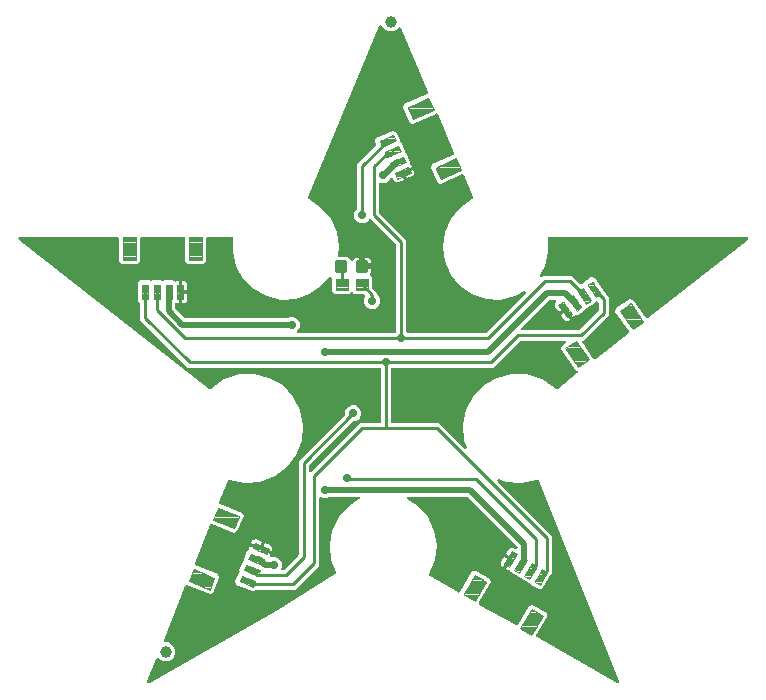
<source format=gtl>
G04 EAGLE Gerber RS-274X export*
G75*
%MOMM*%
%FSLAX34Y34*%
%LPD*%
%INTop Copper*%
%IPPOS*%
%AMOC8*
5,1,8,0,0,1.08239X$1,22.5*%
G01*
%ADD10C,0.096000*%
%ADD11C,0.102000*%
%ADD12C,0.300000*%
%ADD13C,0.100000*%
%ADD14C,1.000000*%
%ADD15C,0.254000*%
%ADD16C,0.736600*%
%ADD17C,0.705600*%
%ADD18C,0.508000*%

G36*
X125565Y11544D02*
X125565Y11544D01*
X125617Y11544D01*
X125720Y11573D01*
X125826Y11592D01*
X125873Y11614D01*
X125924Y11628D01*
X126069Y11699D01*
X235068Y73984D01*
X235079Y73993D01*
X235110Y74010D01*
X283458Y104227D01*
X283469Y104236D01*
X283483Y104243D01*
X283592Y104337D01*
X283704Y104428D01*
X283713Y104440D01*
X283724Y104449D01*
X283808Y104568D01*
X283893Y104684D01*
X283899Y104698D01*
X283907Y104710D01*
X283958Y104846D01*
X284012Y104979D01*
X284014Y104993D01*
X284019Y105007D01*
X284035Y105151D01*
X284054Y105294D01*
X284053Y105309D01*
X284054Y105323D01*
X284034Y105466D01*
X284017Y105610D01*
X284011Y105624D01*
X284009Y105638D01*
X283957Y105791D01*
X279879Y115599D01*
X278441Y128226D01*
X280558Y140757D01*
X286063Y152211D01*
X294526Y161692D01*
X303487Y167328D01*
X303581Y167405D01*
X303680Y167476D01*
X303704Y167505D01*
X303733Y167529D01*
X303805Y167628D01*
X303882Y167721D01*
X303899Y167756D01*
X303921Y167786D01*
X303966Y167899D01*
X304018Y168009D01*
X304025Y168046D01*
X304039Y168081D01*
X304055Y168202D01*
X304078Y168322D01*
X304075Y168359D01*
X304080Y168396D01*
X304066Y168517D01*
X304058Y168639D01*
X304046Y168675D01*
X304042Y168712D01*
X303998Y168825D01*
X303960Y168941D01*
X303940Y168973D01*
X303926Y169008D01*
X303855Y169107D01*
X303790Y169210D01*
X303762Y169236D01*
X303741Y169266D01*
X303647Y169345D01*
X303558Y169428D01*
X303525Y169446D01*
X303497Y169470D01*
X303386Y169523D01*
X303280Y169582D01*
X303243Y169591D01*
X303209Y169607D01*
X303090Y169631D01*
X302972Y169661D01*
X302917Y169665D01*
X302897Y169668D01*
X302876Y169667D01*
X302811Y169671D01*
X278544Y169671D01*
X278535Y169670D01*
X278526Y169671D01*
X278377Y169650D01*
X278228Y169631D01*
X278220Y169628D01*
X278211Y169627D01*
X278058Y169575D01*
X275532Y168528D01*
X272854Y168528D01*
X271504Y169088D01*
X271456Y169101D01*
X271411Y169122D01*
X271303Y169142D01*
X271197Y169172D01*
X271147Y169172D01*
X271098Y169182D01*
X270989Y169175D01*
X270879Y169177D01*
X270831Y169165D01*
X270781Y169162D01*
X270677Y169128D01*
X270570Y169102D01*
X270526Y169079D01*
X270479Y169064D01*
X270386Y169005D01*
X270289Y168954D01*
X270252Y168920D01*
X270210Y168894D01*
X270135Y168814D01*
X270053Y168740D01*
X270026Y168698D01*
X269992Y168662D01*
X269939Y168566D01*
X269879Y168474D01*
X269862Y168427D01*
X269838Y168384D01*
X269811Y168277D01*
X269775Y168173D01*
X269771Y168124D01*
X269759Y168076D01*
X269749Y167915D01*
X269749Y111241D01*
X249439Y90931D01*
X217675Y90931D01*
X217639Y90927D01*
X217603Y90929D01*
X217482Y90907D01*
X217360Y90891D01*
X217326Y90878D01*
X217290Y90871D01*
X217179Y90820D01*
X217064Y90774D01*
X217035Y90753D01*
X217002Y90738D01*
X216907Y90660D01*
X216807Y90588D01*
X216794Y90572D01*
X213936Y89353D01*
X210238Y90840D01*
X210236Y90840D01*
X210233Y90842D01*
X210084Y90880D01*
X209930Y90920D01*
X209928Y90920D01*
X209925Y90921D01*
X209827Y90927D01*
X209769Y90970D01*
X209656Y91058D01*
X209641Y91064D01*
X209628Y91074D01*
X209483Y91143D01*
X199622Y95107D01*
X198465Y97819D01*
X201422Y105175D01*
X201602Y105252D01*
X201705Y105312D01*
X201811Y105366D01*
X201842Y105392D01*
X201877Y105412D01*
X201962Y105496D01*
X202051Y105574D01*
X202074Y105608D01*
X202103Y105636D01*
X202164Y105738D01*
X202232Y105836D01*
X202245Y105874D01*
X202266Y105909D01*
X202300Y106023D01*
X202341Y106135D01*
X202345Y106175D01*
X202357Y106214D01*
X202361Y106333D01*
X202373Y106451D01*
X202367Y106491D01*
X202368Y106532D01*
X202343Y106648D01*
X202325Y106766D01*
X202305Y106823D01*
X202301Y106842D01*
X202292Y106861D01*
X202272Y106918D01*
X202195Y107098D01*
X205152Y114454D01*
X205332Y114530D01*
X205435Y114590D01*
X205541Y114644D01*
X205572Y114671D01*
X205607Y114691D01*
X205691Y114774D01*
X205781Y114853D01*
X205804Y114886D01*
X205833Y114915D01*
X205894Y115017D01*
X205961Y115115D01*
X205975Y115153D01*
X205996Y115187D01*
X206030Y115301D01*
X206071Y115413D01*
X206075Y115454D01*
X206087Y115492D01*
X206091Y115611D01*
X206103Y115730D01*
X206097Y115770D01*
X206098Y115810D01*
X206073Y115926D01*
X206055Y116044D01*
X206035Y116101D01*
X206031Y116121D01*
X206022Y116139D01*
X206002Y116196D01*
X205925Y116376D01*
X208882Y123732D01*
X209704Y124083D01*
X209801Y124139D01*
X209902Y124189D01*
X209938Y124219D01*
X209979Y124243D01*
X210058Y124322D01*
X210144Y124395D01*
X210171Y124434D01*
X210205Y124467D01*
X210263Y124563D01*
X210327Y124655D01*
X210344Y124699D01*
X210368Y124740D01*
X210400Y124847D01*
X210440Y124952D01*
X210445Y124999D01*
X210459Y125044D01*
X210463Y125157D01*
X210475Y125269D01*
X210470Y125341D01*
X210470Y125362D01*
X210467Y125380D01*
X210463Y125429D01*
X210430Y125662D01*
X210526Y126460D01*
X211045Y127752D01*
X219452Y124372D01*
X219567Y124342D01*
X219680Y124305D01*
X219688Y124304D01*
X219734Y124270D01*
X219788Y124244D01*
X219805Y124233D01*
X219825Y124227D01*
X219879Y124201D01*
X228286Y120821D01*
X227986Y120075D01*
X227952Y119947D01*
X227913Y119820D01*
X227912Y119793D01*
X227905Y119767D01*
X227904Y119635D01*
X227898Y119503D01*
X227904Y119476D01*
X227903Y119449D01*
X227936Y119321D01*
X227962Y119191D01*
X227974Y119167D01*
X227981Y119141D01*
X228044Y119025D01*
X228102Y118905D01*
X228120Y118885D01*
X228133Y118861D01*
X228222Y118765D01*
X228309Y118663D01*
X228331Y118648D01*
X228349Y118628D01*
X228460Y118557D01*
X228569Y118480D01*
X228594Y118471D01*
X228616Y118456D01*
X228742Y118415D01*
X228866Y118368D01*
X228893Y118365D01*
X228918Y118356D01*
X229050Y118347D01*
X229182Y118332D01*
X229209Y118336D01*
X229236Y118334D01*
X229366Y118358D01*
X229497Y118377D01*
X229533Y118389D01*
X229548Y118392D01*
X229568Y118401D01*
X229649Y118429D01*
X229801Y118492D01*
X232479Y118492D01*
X234953Y117467D01*
X236847Y115573D01*
X237872Y113099D01*
X237872Y110421D01*
X237260Y108944D01*
X237247Y108896D01*
X237226Y108851D01*
X237205Y108743D01*
X237176Y108637D01*
X237175Y108587D01*
X237166Y108538D01*
X237173Y108429D01*
X237171Y108319D01*
X237182Y108271D01*
X237186Y108221D01*
X237219Y108117D01*
X237245Y108010D01*
X237268Y107966D01*
X237284Y107919D01*
X237342Y107826D01*
X237394Y107729D01*
X237427Y107692D01*
X237454Y107650D01*
X237534Y107575D01*
X237608Y107493D01*
X237649Y107466D01*
X237685Y107432D01*
X237782Y107379D01*
X237873Y107319D01*
X237920Y107302D01*
X237964Y107278D01*
X238070Y107251D01*
X238174Y107215D01*
X238224Y107211D01*
X238272Y107199D01*
X238432Y107189D01*
X238985Y107189D01*
X239084Y107201D01*
X239183Y107204D01*
X239241Y107221D01*
X239301Y107229D01*
X239393Y107265D01*
X239488Y107293D01*
X239540Y107323D01*
X239597Y107346D01*
X239677Y107404D01*
X239762Y107454D01*
X239837Y107520D01*
X239854Y107532D01*
X239862Y107542D01*
X239883Y107560D01*
X251850Y119527D01*
X251910Y119605D01*
X251978Y119678D01*
X252007Y119731D01*
X252044Y119778D01*
X252084Y119869D01*
X252132Y119956D01*
X252147Y120015D01*
X252171Y120070D01*
X252186Y120168D01*
X252211Y120264D01*
X252217Y120364D01*
X252221Y120384D01*
X252219Y120397D01*
X252221Y120425D01*
X252221Y199909D01*
X291347Y239034D01*
X291407Y239112D01*
X291475Y239185D01*
X291504Y239238D01*
X291541Y239285D01*
X291581Y239376D01*
X291629Y239463D01*
X291644Y239522D01*
X291668Y239577D01*
X291683Y239675D01*
X291708Y239771D01*
X291714Y239871D01*
X291718Y239891D01*
X291716Y239904D01*
X291718Y239932D01*
X291718Y241369D01*
X292743Y243843D01*
X294637Y245737D01*
X297111Y246762D01*
X299789Y246762D01*
X302263Y245737D01*
X304157Y243843D01*
X305182Y241369D01*
X305182Y238691D01*
X304157Y236217D01*
X302263Y234323D01*
X299789Y233298D01*
X298352Y233298D01*
X298253Y233286D01*
X298154Y233283D01*
X298096Y233266D01*
X298036Y233258D01*
X297944Y233222D01*
X297849Y233194D01*
X297797Y233164D01*
X297740Y233141D01*
X297660Y233083D01*
X297575Y233033D01*
X297500Y232967D01*
X297483Y232955D01*
X297475Y232945D01*
X297454Y232927D01*
X261230Y196703D01*
X261170Y196625D01*
X261102Y196552D01*
X261073Y196499D01*
X261036Y196452D01*
X260996Y196361D01*
X260948Y196274D01*
X260933Y196215D01*
X260909Y196160D01*
X260894Y196062D01*
X260869Y195966D01*
X260863Y195866D01*
X260859Y195846D01*
X260861Y195833D01*
X260859Y195805D01*
X260859Y191291D01*
X260876Y191153D01*
X260889Y191014D01*
X260896Y190995D01*
X260899Y190975D01*
X260950Y190846D01*
X260997Y190715D01*
X261008Y190698D01*
X261016Y190679D01*
X261097Y190567D01*
X261175Y190452D01*
X261191Y190438D01*
X261202Y190422D01*
X261310Y190333D01*
X261414Y190241D01*
X261432Y190232D01*
X261447Y190219D01*
X261573Y190160D01*
X261697Y190097D01*
X261717Y190092D01*
X261735Y190084D01*
X261871Y190058D01*
X262007Y190027D01*
X262028Y190028D01*
X262047Y190024D01*
X262186Y190033D01*
X262325Y190037D01*
X262345Y190042D01*
X262365Y190044D01*
X262497Y190086D01*
X262631Y190125D01*
X262648Y190135D01*
X262667Y190142D01*
X262785Y190216D01*
X262905Y190287D01*
X262926Y190305D01*
X262936Y190312D01*
X262950Y190327D01*
X263025Y190393D01*
X301380Y228747D01*
X304281Y231649D01*
X320802Y231649D01*
X320920Y231664D01*
X321039Y231671D01*
X321077Y231684D01*
X321118Y231689D01*
X321228Y231732D01*
X321341Y231769D01*
X321376Y231791D01*
X321413Y231806D01*
X321509Y231875D01*
X321610Y231939D01*
X321638Y231969D01*
X321671Y231992D01*
X321747Y232084D01*
X321828Y232171D01*
X321848Y232206D01*
X321873Y232237D01*
X321924Y232345D01*
X321982Y232449D01*
X321992Y232489D01*
X322009Y232525D01*
X322031Y232642D01*
X322061Y232757D01*
X322065Y232817D01*
X322069Y232837D01*
X322067Y232858D01*
X322071Y232918D01*
X322071Y277483D01*
X322059Y277581D01*
X322056Y277680D01*
X322039Y277738D01*
X322031Y277798D01*
X321995Y277890D01*
X321967Y277986D01*
X321937Y278038D01*
X321914Y278094D01*
X321856Y278174D01*
X321806Y278260D01*
X321740Y278335D01*
X321728Y278351D01*
X321718Y278359D01*
X321700Y278380D01*
X321560Y278520D01*
X321482Y278580D01*
X321410Y278648D01*
X321357Y278677D01*
X321309Y278714D01*
X321218Y278754D01*
X321131Y278802D01*
X321073Y278817D01*
X321017Y278841D01*
X320919Y278856D01*
X320824Y278881D01*
X320724Y278887D01*
X320703Y278891D01*
X320691Y278889D01*
X320663Y278891D01*
X158231Y278891D01*
X117841Y319281D01*
X117841Y332930D01*
X117829Y333028D01*
X117826Y333127D01*
X117809Y333186D01*
X117801Y333246D01*
X117765Y333338D01*
X117737Y333433D01*
X117707Y333485D01*
X117684Y333541D01*
X117626Y333622D01*
X117576Y333707D01*
X117510Y333782D01*
X117498Y333799D01*
X117488Y333807D01*
X117470Y333828D01*
X116111Y335186D01*
X116111Y350614D01*
X118196Y352699D01*
X126124Y352699D01*
X126263Y352560D01*
X126357Y352487D01*
X126446Y352409D01*
X126482Y352390D01*
X126514Y352365D01*
X126623Y352318D01*
X126729Y352264D01*
X126769Y352255D01*
X126806Y352239D01*
X126923Y352220D01*
X127039Y352194D01*
X127080Y352196D01*
X127120Y352189D01*
X127239Y352200D01*
X127357Y352204D01*
X127396Y352215D01*
X127436Y352219D01*
X127549Y352259D01*
X127663Y352292D01*
X127698Y352313D01*
X127736Y352327D01*
X127834Y352393D01*
X127937Y352454D01*
X127982Y352494D01*
X127999Y352505D01*
X128012Y352520D01*
X128058Y352560D01*
X128196Y352699D01*
X136124Y352699D01*
X136263Y352560D01*
X136357Y352487D01*
X136446Y352409D01*
X136482Y352390D01*
X136514Y352365D01*
X136623Y352318D01*
X136729Y352264D01*
X136769Y352255D01*
X136806Y352239D01*
X136923Y352220D01*
X137039Y352194D01*
X137080Y352196D01*
X137120Y352189D01*
X137239Y352200D01*
X137357Y352204D01*
X137396Y352215D01*
X137436Y352219D01*
X137549Y352259D01*
X137663Y352292D01*
X137698Y352313D01*
X137736Y352327D01*
X137834Y352393D01*
X137937Y352454D01*
X137982Y352494D01*
X137999Y352505D01*
X138012Y352520D01*
X138058Y352560D01*
X138196Y352699D01*
X146124Y352699D01*
X146756Y352067D01*
X146845Y351998D01*
X146928Y351923D01*
X146970Y351901D01*
X147007Y351872D01*
X147110Y351827D01*
X147210Y351775D01*
X147256Y351764D01*
X147299Y351745D01*
X147410Y351728D01*
X147520Y351702D01*
X147567Y351703D01*
X147613Y351696D01*
X147725Y351706D01*
X147838Y351708D01*
X147883Y351721D01*
X147930Y351725D01*
X148036Y351763D01*
X148144Y351793D01*
X148209Y351826D01*
X148229Y351833D01*
X148244Y351843D01*
X148288Y351865D01*
X148492Y351983D01*
X149268Y352191D01*
X150661Y352191D01*
X150661Y343130D01*
X150676Y343012D01*
X150683Y342893D01*
X150685Y342886D01*
X150671Y342830D01*
X150667Y342770D01*
X150663Y342750D01*
X150665Y342730D01*
X150661Y342670D01*
X150661Y333609D01*
X149202Y333609D01*
X149098Y333629D01*
X149065Y333627D01*
X149031Y333632D01*
X148906Y333617D01*
X148781Y333609D01*
X148749Y333599D01*
X148716Y333595D01*
X148598Y333550D01*
X148479Y333511D01*
X148450Y333493D01*
X148419Y333481D01*
X148316Y333408D01*
X148210Y333341D01*
X148187Y333317D01*
X148159Y333297D01*
X148078Y333201D01*
X147992Y333109D01*
X147976Y333080D01*
X147954Y333054D01*
X147899Y332941D01*
X147838Y332831D01*
X147830Y332798D01*
X147815Y332768D01*
X147790Y332645D01*
X147759Y332523D01*
X147756Y332474D01*
X147752Y332456D01*
X147753Y332435D01*
X147749Y332362D01*
X147749Y329311D01*
X147761Y329212D01*
X147764Y329113D01*
X147781Y329055D01*
X147789Y328995D01*
X147825Y328903D01*
X147853Y328808D01*
X147883Y328756D01*
X147906Y328699D01*
X147964Y328619D01*
X148014Y328534D01*
X148080Y328459D01*
X148092Y328442D01*
X148102Y328434D01*
X148120Y328413D01*
X155613Y320920D01*
X155691Y320860D01*
X155764Y320792D01*
X155817Y320763D01*
X155864Y320726D01*
X155955Y320686D01*
X156042Y320638D01*
X156101Y320623D01*
X156156Y320599D01*
X156254Y320584D01*
X156350Y320559D01*
X156450Y320553D01*
X156470Y320549D01*
X156483Y320551D01*
X156511Y320549D01*
X242029Y320549D01*
X242038Y320550D01*
X242047Y320549D01*
X242196Y320570D01*
X242345Y320589D01*
X242353Y320592D01*
X242362Y320593D01*
X242515Y320645D01*
X245041Y321692D01*
X247719Y321692D01*
X250193Y320667D01*
X252087Y318773D01*
X253112Y316299D01*
X253112Y313621D01*
X252087Y311147D01*
X250956Y310015D01*
X250871Y309906D01*
X250782Y309799D01*
X250773Y309780D01*
X250761Y309764D01*
X250705Y309637D01*
X250646Y309511D01*
X250642Y309491D01*
X250634Y309472D01*
X250612Y309334D01*
X250586Y309198D01*
X250588Y309178D01*
X250584Y309158D01*
X250598Y309019D01*
X250606Y308881D01*
X250612Y308862D01*
X250614Y308842D01*
X250661Y308710D01*
X250704Y308579D01*
X250715Y308561D01*
X250722Y308542D01*
X250800Y308427D01*
X250874Y308310D01*
X250889Y308296D01*
X250900Y308279D01*
X251005Y308187D01*
X251106Y308092D01*
X251124Y308082D01*
X251139Y308069D01*
X251263Y308005D01*
X251384Y307938D01*
X251404Y307933D01*
X251422Y307924D01*
X251558Y307894D01*
X251692Y307859D01*
X251720Y307857D01*
X251732Y307854D01*
X251753Y307855D01*
X251853Y307849D01*
X333363Y307849D01*
X333461Y307861D01*
X333560Y307864D01*
X333618Y307881D01*
X333678Y307889D01*
X333770Y307925D01*
X333866Y307953D01*
X333918Y307983D01*
X333974Y308006D01*
X334054Y308064D01*
X334140Y308114D01*
X334215Y308180D01*
X334231Y308192D01*
X334239Y308202D01*
X334260Y308220D01*
X334400Y308360D01*
X334460Y308438D01*
X334528Y308510D01*
X334557Y308563D01*
X334594Y308611D01*
X334634Y308702D01*
X334682Y308789D01*
X334697Y308847D01*
X334721Y308903D01*
X334736Y309001D01*
X334761Y309096D01*
X334767Y309196D01*
X334771Y309217D01*
X334769Y309229D01*
X334771Y309257D01*
X334771Y382495D01*
X334759Y382594D01*
X334756Y382693D01*
X334739Y382751D01*
X334731Y382811D01*
X334695Y382903D01*
X334667Y382998D01*
X334637Y383050D01*
X334614Y383107D01*
X334556Y383187D01*
X334506Y383272D01*
X334440Y383347D01*
X334428Y383364D01*
X334418Y383372D01*
X334400Y383393D01*
X313752Y404040D01*
X313712Y404072D01*
X313677Y404110D01*
X313592Y404165D01*
X313567Y404187D01*
X313555Y404193D01*
X313501Y404235D01*
X313454Y404255D01*
X313410Y404284D01*
X313313Y404317D01*
X313284Y404332D01*
X313271Y404335D01*
X313209Y404361D01*
X313158Y404369D01*
X313109Y404386D01*
X313007Y404394D01*
X312974Y404401D01*
X312960Y404401D01*
X312895Y404411D01*
X312844Y404406D01*
X312792Y404410D01*
X312694Y404393D01*
X312656Y404392D01*
X312640Y404387D01*
X312579Y404381D01*
X312530Y404364D01*
X312479Y404355D01*
X312392Y404315D01*
X312350Y404303D01*
X312333Y404293D01*
X312279Y404274D01*
X312237Y404245D01*
X312189Y404223D01*
X312120Y404167D01*
X312076Y404142D01*
X312048Y404117D01*
X312016Y404095D01*
X311991Y404066D01*
X311955Y404035D01*
X311954Y404034D01*
X311942Y404024D01*
X311934Y404014D01*
X309883Y401963D01*
X307409Y400938D01*
X304731Y400938D01*
X302257Y401963D01*
X300363Y403857D01*
X299338Y406331D01*
X299338Y409009D01*
X300363Y411483D01*
X301380Y412500D01*
X301440Y412578D01*
X301508Y412650D01*
X301537Y412703D01*
X301574Y412751D01*
X301614Y412842D01*
X301662Y412929D01*
X301677Y412987D01*
X301701Y413043D01*
X301716Y413141D01*
X301741Y413236D01*
X301747Y413336D01*
X301751Y413357D01*
X301749Y413369D01*
X301751Y413397D01*
X301751Y450957D01*
X317779Y466985D01*
X317813Y467029D01*
X317853Y467066D01*
X317910Y467154D01*
X317974Y467236D01*
X317996Y467287D01*
X318026Y467333D01*
X318059Y467432D01*
X318100Y467528D01*
X318109Y467583D01*
X318126Y467635D01*
X318134Y467739D01*
X318150Y467842D01*
X318145Y467897D01*
X318149Y467952D01*
X318130Y468055D01*
X318120Y468159D01*
X318102Y468211D01*
X318092Y468265D01*
X318034Y468415D01*
X317160Y470305D01*
X318178Y473072D01*
X332184Y479543D01*
X334951Y478525D01*
X338276Y471328D01*
X338208Y471145D01*
X338182Y471029D01*
X338147Y470914D01*
X338146Y470874D01*
X338137Y470835D01*
X338140Y470715D01*
X338135Y470597D01*
X338144Y470557D01*
X338145Y470517D01*
X338177Y470402D01*
X338202Y470286D01*
X338220Y470250D01*
X338231Y470211D01*
X338291Y470108D01*
X338344Y470001D01*
X338371Y469971D01*
X338391Y469936D01*
X338475Y469851D01*
X338552Y469761D01*
X338586Y469738D01*
X338614Y469709D01*
X338716Y469648D01*
X338814Y469580D01*
X338869Y469556D01*
X338887Y469545D01*
X338906Y469539D01*
X338961Y469515D01*
X339145Y469447D01*
X342470Y462251D01*
X342403Y462067D01*
X342376Y461951D01*
X342342Y461837D01*
X342340Y461796D01*
X342331Y461757D01*
X342334Y461638D01*
X342330Y461519D01*
X342338Y461479D01*
X342339Y461439D01*
X342371Y461324D01*
X342396Y461208D01*
X342415Y461172D01*
X342426Y461133D01*
X342485Y461030D01*
X342539Y460923D01*
X342565Y460893D01*
X342585Y460858D01*
X342669Y460773D01*
X342747Y460683D01*
X342780Y460660D01*
X342809Y460631D01*
X342911Y460570D01*
X343009Y460502D01*
X343064Y460478D01*
X343081Y460467D01*
X343101Y460462D01*
X343156Y460437D01*
X343340Y460370D01*
X346665Y453173D01*
X346356Y452334D01*
X346331Y452224D01*
X346298Y452117D01*
X346295Y452070D01*
X346285Y452024D01*
X346287Y451911D01*
X346282Y451799D01*
X346291Y451753D01*
X346292Y451706D01*
X346323Y451598D01*
X346346Y451488D01*
X346366Y451445D01*
X346379Y451400D01*
X346435Y451303D01*
X346485Y451202D01*
X346515Y451166D01*
X346539Y451125D01*
X346618Y451045D01*
X346691Y450959D01*
X346747Y450914D01*
X346762Y450898D01*
X346778Y450889D01*
X346816Y450858D01*
X347009Y450722D01*
X347523Y450105D01*
X348107Y448841D01*
X339882Y445041D01*
X339781Y444978D01*
X339676Y444921D01*
X339646Y444894D01*
X339612Y444872D01*
X339530Y444786D01*
X339443Y444705D01*
X339421Y444671D01*
X339393Y444642D01*
X339335Y444538D01*
X339270Y444438D01*
X339257Y444400D01*
X339238Y444365D01*
X339207Y444249D01*
X339169Y444137D01*
X339167Y444096D01*
X339156Y444057D01*
X339156Y444009D01*
X339110Y443928D01*
X339045Y443827D01*
X339033Y443789D01*
X339013Y443754D01*
X338982Y443639D01*
X338945Y443526D01*
X338942Y443485D01*
X338931Y443446D01*
X338931Y443327D01*
X338922Y443208D01*
X338929Y443169D01*
X338929Y443128D01*
X338958Y443012D01*
X338979Y442896D01*
X339001Y442839D01*
X339006Y442820D01*
X339016Y442802D01*
X339037Y442745D01*
X341265Y437925D01*
X336597Y435768D01*
X335805Y435631D01*
X335005Y435704D01*
X334251Y435981D01*
X333595Y436444D01*
X333081Y437061D01*
X332201Y438965D01*
X332141Y439061D01*
X332088Y439162D01*
X332057Y439196D01*
X332033Y439234D01*
X331950Y439313D01*
X331874Y439397D01*
X331836Y439422D01*
X331802Y439454D01*
X331703Y439509D01*
X331608Y439572D01*
X331565Y439587D01*
X331525Y439609D01*
X331415Y439638D01*
X331307Y439675D01*
X331262Y439679D01*
X331217Y439690D01*
X331103Y439691D01*
X330990Y439700D01*
X330945Y439692D01*
X330899Y439693D01*
X330789Y439665D01*
X330677Y439646D01*
X330635Y439627D01*
X330591Y439616D01*
X330491Y439562D01*
X330387Y439515D01*
X330351Y439487D01*
X330311Y439465D01*
X330228Y439388D01*
X330139Y439317D01*
X330111Y439280D01*
X330077Y439249D01*
X330016Y439154D01*
X329947Y439063D01*
X329916Y439000D01*
X329905Y438982D01*
X329899Y438964D01*
X329876Y438918D01*
X329557Y438147D01*
X327663Y436253D01*
X325189Y435228D01*
X322511Y435228D01*
X322304Y435314D01*
X322256Y435327D01*
X322211Y435348D01*
X322103Y435369D01*
X321997Y435398D01*
X321947Y435399D01*
X321898Y435408D01*
X321789Y435401D01*
X321679Y435403D01*
X321631Y435392D01*
X321581Y435388D01*
X321477Y435355D01*
X321370Y435329D01*
X321326Y435306D01*
X321279Y435290D01*
X321186Y435232D01*
X321089Y435180D01*
X321052Y435147D01*
X321010Y435120D01*
X320935Y435040D01*
X320853Y434966D01*
X320826Y434925D01*
X320792Y434889D01*
X320739Y434792D01*
X320679Y434701D01*
X320662Y434654D01*
X320638Y434610D01*
X320611Y434504D01*
X320575Y434400D01*
X320571Y434350D01*
X320559Y434302D01*
X320549Y434141D01*
X320549Y409985D01*
X320561Y409886D01*
X320564Y409787D01*
X320581Y409729D01*
X320589Y409669D01*
X320625Y409577D01*
X320653Y409482D01*
X320683Y409430D01*
X320706Y409373D01*
X320764Y409293D01*
X320814Y409208D01*
X320880Y409133D01*
X320892Y409116D01*
X320902Y409108D01*
X320920Y409087D01*
X343409Y386599D01*
X343409Y309257D01*
X343421Y309159D01*
X343424Y309060D01*
X343441Y309002D01*
X343449Y308942D01*
X343485Y308850D01*
X343513Y308754D01*
X343543Y308702D01*
X343566Y308646D01*
X343624Y308566D01*
X343674Y308480D01*
X343740Y308405D01*
X343752Y308389D01*
X343762Y308381D01*
X343780Y308360D01*
X343920Y308220D01*
X343998Y308160D01*
X344070Y308092D01*
X344123Y308063D01*
X344171Y308026D01*
X344262Y307986D01*
X344349Y307938D01*
X344407Y307923D01*
X344463Y307899D01*
X344561Y307884D01*
X344656Y307859D01*
X344756Y307853D01*
X344777Y307849D01*
X344789Y307851D01*
X344817Y307849D01*
X410435Y307849D01*
X410534Y307861D01*
X410633Y307864D01*
X410691Y307881D01*
X410751Y307889D01*
X410843Y307925D01*
X410938Y307953D01*
X410990Y307983D01*
X411047Y308006D01*
X411127Y308064D01*
X411212Y308114D01*
X411287Y308180D01*
X411304Y308192D01*
X411312Y308202D01*
X411333Y308220D01*
X444480Y341367D01*
X444566Y341479D01*
X444656Y341588D01*
X444664Y341604D01*
X444674Y341618D01*
X444731Y341748D01*
X444791Y341877D01*
X444794Y341894D01*
X444801Y341910D01*
X444823Y342051D01*
X444849Y342189D01*
X444848Y342207D01*
X444851Y342224D01*
X444837Y342366D01*
X444828Y342507D01*
X444823Y342523D01*
X444821Y342541D01*
X444773Y342674D01*
X444729Y342809D01*
X444719Y342824D01*
X444713Y342840D01*
X444634Y342958D01*
X444557Y343077D01*
X444545Y343089D01*
X444535Y343103D01*
X444428Y343197D01*
X444325Y343294D01*
X444309Y343302D01*
X444296Y343314D01*
X444170Y343378D01*
X444046Y343446D01*
X444029Y343450D01*
X444013Y343458D01*
X443875Y343489D01*
X443738Y343524D01*
X443720Y343524D01*
X443703Y343528D01*
X443561Y343524D01*
X443420Y343523D01*
X443402Y343519D01*
X443385Y343518D01*
X443249Y343479D01*
X443112Y343444D01*
X443090Y343433D01*
X443079Y343430D01*
X443063Y343420D01*
X442966Y343375D01*
X435254Y339096D01*
X423170Y336274D01*
X410775Y336868D01*
X399015Y340831D01*
X388789Y347861D01*
X380878Y357421D01*
X375884Y368781D01*
X374190Y381074D01*
X375924Y393362D01*
X380956Y404705D01*
X388899Y414239D01*
X399148Y421235D01*
X399273Y421277D01*
X399284Y421282D01*
X399297Y421285D01*
X399428Y421351D01*
X399560Y421414D01*
X399569Y421422D01*
X399580Y421428D01*
X399691Y421525D01*
X399803Y421619D01*
X399810Y421629D01*
X399820Y421637D01*
X399903Y421758D01*
X399988Y421877D01*
X399993Y421889D01*
X400000Y421899D01*
X400050Y422037D01*
X400103Y422174D01*
X400105Y422186D01*
X400109Y422198D01*
X400123Y422344D01*
X400141Y422490D01*
X400139Y422502D01*
X400140Y422515D01*
X400118Y422659D01*
X400099Y422805D01*
X400094Y422817D01*
X400092Y422829D01*
X400038Y422981D01*
X391997Y441744D01*
X391928Y441862D01*
X391863Y441982D01*
X391847Y441999D01*
X391836Y442018D01*
X391740Y442115D01*
X391647Y442216D01*
X391628Y442228D01*
X391612Y442244D01*
X391495Y442314D01*
X391380Y442388D01*
X391358Y442395D01*
X391339Y442407D01*
X391208Y442445D01*
X391078Y442489D01*
X391056Y442490D01*
X391034Y442497D01*
X390897Y442502D01*
X390761Y442511D01*
X390739Y442507D01*
X390716Y442508D01*
X390582Y442479D01*
X390448Y442454D01*
X390418Y442443D01*
X390405Y442440D01*
X390386Y442430D01*
X390298Y442396D01*
X372942Y434377D01*
X370199Y435386D01*
X364342Y448062D01*
X365351Y450805D01*
X383231Y459067D01*
X383316Y459120D01*
X383407Y459166D01*
X383451Y459204D01*
X383500Y459235D01*
X383570Y459308D01*
X383647Y459375D01*
X383679Y459423D01*
X383720Y459465D01*
X383769Y459554D01*
X383826Y459637D01*
X383846Y459692D01*
X383875Y459743D01*
X383901Y459841D01*
X383936Y459936D01*
X383941Y459994D01*
X383956Y460050D01*
X383957Y460152D01*
X383967Y460253D01*
X383958Y460310D01*
X383959Y460368D01*
X383934Y460467D01*
X383919Y460567D01*
X383887Y460656D01*
X383882Y460677D01*
X383875Y460689D01*
X383865Y460719D01*
X369929Y493236D01*
X369860Y493354D01*
X369795Y493474D01*
X369779Y493491D01*
X369768Y493510D01*
X369672Y493607D01*
X369579Y493708D01*
X369560Y493720D01*
X369544Y493736D01*
X369427Y493806D01*
X369312Y493880D01*
X369290Y493887D01*
X369271Y493899D01*
X369139Y493938D01*
X369010Y493981D01*
X368987Y493983D01*
X368966Y493989D01*
X368829Y493994D01*
X368693Y494003D01*
X368670Y493999D01*
X368648Y494000D01*
X368514Y493971D01*
X368380Y493946D01*
X368350Y493935D01*
X368337Y493932D01*
X368318Y493923D01*
X368230Y493888D01*
X349453Y485212D01*
X346709Y486222D01*
X340852Y498897D01*
X341862Y501641D01*
X361162Y510559D01*
X361248Y510612D01*
X361339Y510658D01*
X361383Y510696D01*
X361432Y510727D01*
X361502Y510801D01*
X361578Y510867D01*
X361611Y510915D01*
X361651Y510958D01*
X361701Y511046D01*
X361758Y511130D01*
X361778Y511184D01*
X361807Y511235D01*
X361833Y511333D01*
X361867Y511428D01*
X361873Y511486D01*
X361888Y511543D01*
X361889Y511644D01*
X361899Y511745D01*
X361890Y511802D01*
X361890Y511861D01*
X361866Y511959D01*
X361851Y512059D01*
X361819Y512149D01*
X361814Y512169D01*
X361807Y512181D01*
X361797Y512211D01*
X338684Y566140D01*
X338663Y566176D01*
X338649Y566216D01*
X338583Y566313D01*
X338523Y566414D01*
X338494Y566444D01*
X338470Y566479D01*
X338382Y566557D01*
X338299Y566640D01*
X338263Y566661D01*
X338232Y566689D01*
X338127Y566743D01*
X338026Y566803D01*
X337986Y566815D01*
X337949Y566834D01*
X337834Y566860D01*
X337721Y566893D01*
X337679Y566894D01*
X337638Y566903D01*
X337521Y566900D01*
X337403Y566904D01*
X337362Y566895D01*
X337320Y566894D01*
X337207Y566861D01*
X337093Y566836D01*
X337055Y566817D01*
X337015Y566805D01*
X336914Y566746D01*
X336809Y566693D01*
X336777Y566665D01*
X336741Y566644D01*
X336620Y566537D01*
X334759Y564677D01*
X331801Y563451D01*
X328599Y563451D01*
X325641Y564677D01*
X323377Y566941D01*
X323002Y567846D01*
X322933Y567966D01*
X322869Y568088D01*
X322855Y568104D01*
X322844Y568123D01*
X322748Y568221D01*
X322656Y568324D01*
X322638Y568335D01*
X322623Y568351D01*
X322505Y568423D01*
X322390Y568499D01*
X322370Y568506D01*
X322352Y568517D01*
X322220Y568558D01*
X322090Y568603D01*
X322068Y568604D01*
X322048Y568611D01*
X321910Y568617D01*
X321773Y568629D01*
X321752Y568625D01*
X321730Y568626D01*
X321595Y568598D01*
X321459Y568575D01*
X321440Y568566D01*
X321419Y568562D01*
X321295Y568501D01*
X321169Y568445D01*
X321152Y568431D01*
X321133Y568422D01*
X321028Y568333D01*
X320920Y568247D01*
X320907Y568230D01*
X320891Y568216D01*
X320811Y568103D01*
X320729Y567993D01*
X320715Y567966D01*
X320708Y567956D01*
X320700Y567936D01*
X320657Y567849D01*
X260299Y422988D01*
X260297Y422982D01*
X260294Y422977D01*
X260255Y422829D01*
X260214Y422682D01*
X260214Y422676D01*
X260212Y422670D01*
X260211Y422517D01*
X260208Y422364D01*
X260210Y422358D01*
X260210Y422352D01*
X260247Y422202D01*
X260282Y422054D01*
X260285Y422049D01*
X260286Y422043D01*
X260360Y421906D01*
X260430Y421773D01*
X260434Y421768D01*
X260437Y421763D01*
X260541Y421651D01*
X260643Y421537D01*
X260649Y421534D01*
X260653Y421529D01*
X260782Y421446D01*
X260909Y421362D01*
X260915Y421360D01*
X260920Y421357D01*
X261069Y421296D01*
X261252Y421235D01*
X271501Y414239D01*
X279444Y404705D01*
X284476Y393362D01*
X286210Y381074D01*
X285233Y373981D01*
X285232Y373934D01*
X285223Y373888D01*
X285230Y373776D01*
X285229Y373663D01*
X285240Y373618D01*
X285243Y373571D01*
X285278Y373464D01*
X285305Y373354D01*
X285327Y373313D01*
X285341Y373269D01*
X285402Y373173D01*
X285455Y373074D01*
X285486Y373039D01*
X285511Y373000D01*
X285594Y372923D01*
X285670Y372840D01*
X285709Y372814D01*
X285743Y372782D01*
X285842Y372728D01*
X285936Y372666D01*
X285981Y372651D01*
X286022Y372628D01*
X286130Y372600D01*
X286237Y372564D01*
X286284Y372561D01*
X286329Y372549D01*
X286490Y372539D01*
X293794Y372539D01*
X296819Y369514D01*
X296918Y369437D01*
X297014Y369355D01*
X297044Y369340D01*
X297070Y369319D01*
X297186Y369269D01*
X297298Y369213D01*
X297331Y369206D01*
X297362Y369193D01*
X297487Y369173D01*
X297609Y369147D01*
X297643Y369148D01*
X297676Y369143D01*
X297802Y369155D01*
X297927Y369160D01*
X297959Y369169D01*
X297993Y369173D01*
X298112Y369215D01*
X298232Y369251D01*
X298260Y369269D01*
X298292Y369280D01*
X298396Y369351D01*
X298504Y369416D01*
X298527Y369440D01*
X298555Y369459D01*
X298638Y369553D01*
X298727Y369643D01*
X298754Y369683D01*
X298766Y369697D01*
X298776Y369716D01*
X298816Y369777D01*
X299217Y370471D01*
X299969Y371223D01*
X300890Y371755D01*
X301918Y372031D01*
X303451Y372031D01*
X303451Y365720D01*
X303466Y365602D01*
X303473Y365483D01*
X303485Y365445D01*
X303491Y365405D01*
X303534Y365294D01*
X303571Y365181D01*
X303593Y365147D01*
X303608Y365109D01*
X303677Y365013D01*
X303741Y364912D01*
X303771Y364884D01*
X303794Y364852D01*
X303886Y364776D01*
X303973Y364694D01*
X304008Y364675D01*
X304039Y364649D01*
X304147Y364598D01*
X304251Y364541D01*
X304291Y364531D01*
X304327Y364513D01*
X304444Y364491D01*
X304559Y364461D01*
X304619Y364457D01*
X304639Y364454D01*
X304660Y364455D01*
X304720Y364451D01*
X305911Y364451D01*
X305911Y363260D01*
X305926Y363142D01*
X305933Y363023D01*
X305946Y362985D01*
X305951Y362944D01*
X305995Y362834D01*
X306031Y362721D01*
X306053Y362686D01*
X306068Y362649D01*
X306138Y362552D01*
X306201Y362452D01*
X306231Y362424D01*
X306255Y362391D01*
X306346Y362315D01*
X306433Y362234D01*
X306468Y362214D01*
X306500Y362189D01*
X306607Y362138D01*
X306712Y362080D01*
X306751Y362070D01*
X306787Y362053D01*
X306904Y362031D01*
X307020Y362001D01*
X307080Y361997D01*
X307100Y361993D01*
X307120Y361995D01*
X307180Y361991D01*
X313491Y361991D01*
X313491Y360458D01*
X313215Y359430D01*
X312667Y358480D01*
X312636Y358441D01*
X312557Y358351D01*
X312539Y358315D01*
X312514Y358284D01*
X312467Y358174D01*
X312413Y358068D01*
X312404Y358029D01*
X312388Y357992D01*
X312369Y357874D01*
X312343Y357758D01*
X312344Y357717D01*
X312338Y357678D01*
X312349Y357559D01*
X312353Y357440D01*
X312364Y357401D01*
X312368Y357361D01*
X312408Y357249D01*
X312441Y357134D01*
X312462Y357100D01*
X312475Y357062D01*
X312542Y356963D01*
X312603Y356860D01*
X312642Y356815D01*
X312654Y356799D01*
X312669Y356785D01*
X312709Y356740D01*
X314229Y355220D01*
X314229Y347335D01*
X314241Y347236D01*
X314244Y347137D01*
X314261Y347079D01*
X314269Y347019D01*
X314305Y346927D01*
X314333Y346832D01*
X314363Y346780D01*
X314386Y346723D01*
X314444Y346643D01*
X314494Y346558D01*
X314560Y346483D01*
X314572Y346466D01*
X314582Y346458D01*
X314600Y346437D01*
X318898Y342140D01*
X318898Y341007D01*
X318910Y340909D01*
X318913Y340810D01*
X318930Y340752D01*
X318938Y340692D01*
X318974Y340600D01*
X319002Y340504D01*
X319032Y340452D01*
X319055Y340396D01*
X319113Y340316D01*
X319163Y340230D01*
X319229Y340155D01*
X319241Y340139D01*
X319251Y340131D01*
X319269Y340110D01*
X320286Y339093D01*
X321311Y336619D01*
X321311Y333941D01*
X320286Y331467D01*
X318392Y329573D01*
X315918Y328548D01*
X313240Y328548D01*
X310766Y329573D01*
X308872Y331467D01*
X307847Y333941D01*
X307847Y336619D01*
X308799Y338916D01*
X308806Y338944D01*
X308820Y338971D01*
X308848Y339098D01*
X308883Y339222D01*
X308883Y339252D01*
X308889Y339281D01*
X308886Y339410D01*
X308888Y339540D01*
X308881Y339569D01*
X308880Y339599D01*
X308844Y339723D01*
X308813Y339850D01*
X308800Y339876D01*
X308791Y339904D01*
X308725Y340016D01*
X308665Y340131D01*
X308645Y340153D01*
X308630Y340178D01*
X308523Y340299D01*
X307993Y340830D01*
X307915Y340890D01*
X307842Y340958D01*
X307789Y340987D01*
X307742Y341024D01*
X307651Y341064D01*
X307564Y341112D01*
X307505Y341127D01*
X307450Y341151D01*
X307352Y341166D01*
X307256Y341191D01*
X307156Y341197D01*
X307136Y341201D01*
X307123Y341199D01*
X307095Y341201D01*
X299210Y341201D01*
X298077Y342334D01*
X297983Y342407D01*
X297894Y342486D01*
X297858Y342504D01*
X297826Y342529D01*
X297717Y342576D01*
X297611Y342630D01*
X297572Y342639D01*
X297534Y342655D01*
X297417Y342674D01*
X297301Y342700D01*
X297260Y342699D01*
X297220Y342705D01*
X297102Y342694D01*
X296983Y342690D01*
X296944Y342679D01*
X296904Y342675D01*
X296792Y342635D01*
X296677Y342602D01*
X296642Y342581D01*
X296604Y342568D01*
X296506Y342501D01*
X296403Y342440D01*
X296358Y342400D01*
X296341Y342389D01*
X296328Y342374D01*
X296282Y342334D01*
X295150Y341201D01*
X282210Y341201D01*
X280131Y343280D01*
X280131Y354632D01*
X280126Y354671D01*
X280129Y354711D01*
X280106Y354829D01*
X280091Y354948D01*
X280077Y354984D01*
X280069Y355023D01*
X280018Y355132D01*
X279974Y355243D01*
X279951Y355275D01*
X279934Y355311D01*
X279858Y355404D01*
X279788Y355501D01*
X279757Y355526D01*
X279732Y355557D01*
X279635Y355627D01*
X279543Y355703D01*
X279507Y355720D01*
X279475Y355744D01*
X279363Y355788D01*
X279255Y355839D01*
X279216Y355846D01*
X279179Y355861D01*
X279060Y355876D01*
X278943Y355899D01*
X278903Y355896D01*
X278863Y355901D01*
X278744Y355886D01*
X278625Y355879D01*
X278587Y355867D01*
X278548Y355862D01*
X278436Y355818D01*
X278323Y355781D01*
X278289Y355760D01*
X278252Y355745D01*
X278155Y355675D01*
X278054Y355611D01*
X278027Y355582D01*
X277995Y355559D01*
X277884Y355441D01*
X271611Y347861D01*
X261385Y340831D01*
X249625Y336868D01*
X237230Y336274D01*
X225146Y339096D01*
X214295Y345116D01*
X205505Y353876D01*
X199449Y364707D01*
X196588Y376782D01*
X197091Y388055D01*
X197079Y388203D01*
X197070Y388349D01*
X197066Y388360D01*
X197065Y388372D01*
X197017Y388512D01*
X196972Y388651D01*
X196965Y388662D01*
X196961Y388673D01*
X196880Y388796D01*
X196801Y388920D01*
X196793Y388928D01*
X196786Y388938D01*
X196677Y389037D01*
X196570Y389138D01*
X196559Y389144D01*
X196550Y389152D01*
X196420Y389221D01*
X196291Y389292D01*
X196280Y389295D01*
X196269Y389300D01*
X196126Y389334D01*
X195983Y389371D01*
X195967Y389372D01*
X195960Y389374D01*
X195944Y389374D01*
X195823Y389381D01*
X175478Y389381D01*
X175360Y389366D01*
X175241Y389359D01*
X175203Y389346D01*
X175162Y389341D01*
X175052Y389298D01*
X174939Y389261D01*
X174904Y389239D01*
X174867Y389224D01*
X174771Y389155D01*
X174670Y389091D01*
X174642Y389061D01*
X174609Y389038D01*
X174533Y388946D01*
X174452Y388859D01*
X174432Y388824D01*
X174407Y388793D01*
X174356Y388685D01*
X174298Y388581D01*
X174288Y388541D01*
X174271Y388505D01*
X174249Y388388D01*
X174219Y388273D01*
X174215Y388213D01*
X174211Y388193D01*
X174213Y388172D01*
X174209Y388112D01*
X174209Y368668D01*
X172142Y366601D01*
X158178Y366601D01*
X156111Y368668D01*
X156111Y388112D01*
X156096Y388230D01*
X156089Y388349D01*
X156076Y388387D01*
X156071Y388428D01*
X156028Y388538D01*
X155991Y388651D01*
X155969Y388686D01*
X155954Y388723D01*
X155885Y388819D01*
X155821Y388920D01*
X155791Y388948D01*
X155768Y388981D01*
X155676Y389057D01*
X155589Y389138D01*
X155554Y389158D01*
X155523Y389183D01*
X155415Y389234D01*
X155311Y389292D01*
X155271Y389302D01*
X155235Y389319D01*
X155118Y389341D01*
X155003Y389371D01*
X154943Y389375D01*
X154923Y389379D01*
X154902Y389377D01*
X154842Y389381D01*
X119478Y389381D01*
X119360Y389366D01*
X119241Y389359D01*
X119203Y389346D01*
X119162Y389341D01*
X119052Y389298D01*
X118939Y389261D01*
X118904Y389239D01*
X118867Y389224D01*
X118771Y389155D01*
X118670Y389091D01*
X118642Y389061D01*
X118609Y389038D01*
X118533Y388946D01*
X118452Y388859D01*
X118432Y388824D01*
X118407Y388793D01*
X118356Y388685D01*
X118298Y388581D01*
X118288Y388541D01*
X118271Y388505D01*
X118249Y388388D01*
X118219Y388273D01*
X118215Y388213D01*
X118211Y388193D01*
X118213Y388172D01*
X118209Y388112D01*
X118209Y368668D01*
X116142Y366601D01*
X102178Y366601D01*
X100111Y368668D01*
X100111Y388112D01*
X100096Y388230D01*
X100089Y388349D01*
X100076Y388387D01*
X100071Y388428D01*
X100028Y388538D01*
X99991Y388651D01*
X99969Y388686D01*
X99954Y388723D01*
X99885Y388819D01*
X99821Y388920D01*
X99791Y388948D01*
X99768Y388981D01*
X99676Y389057D01*
X99589Y389138D01*
X99554Y389158D01*
X99523Y389183D01*
X99415Y389234D01*
X99311Y389292D01*
X99271Y389302D01*
X99235Y389319D01*
X99118Y389341D01*
X99003Y389371D01*
X98943Y389375D01*
X98923Y389379D01*
X98902Y389377D01*
X98842Y389381D01*
X16157Y389381D01*
X16101Y389374D01*
X16045Y389376D01*
X15944Y389354D01*
X15841Y389341D01*
X15789Y389321D01*
X15735Y389309D01*
X15642Y389263D01*
X15545Y389224D01*
X15500Y389192D01*
X15450Y389167D01*
X15372Y389099D01*
X15288Y389038D01*
X15252Y388995D01*
X15210Y388958D01*
X15151Y388873D01*
X15085Y388793D01*
X15061Y388742D01*
X15030Y388696D01*
X14994Y388599D01*
X14950Y388505D01*
X14939Y388450D01*
X14920Y388398D01*
X14909Y388294D01*
X14890Y388193D01*
X14893Y388137D01*
X14888Y388081D01*
X14903Y387979D01*
X14910Y387875D01*
X14927Y387822D01*
X14935Y387767D01*
X14976Y387671D01*
X15008Y387573D01*
X15038Y387525D01*
X15059Y387474D01*
X15122Y387392D01*
X15178Y387304D01*
X15218Y387266D01*
X15252Y387221D01*
X15372Y387114D01*
X176194Y260754D01*
X176281Y260702D01*
X176363Y260642D01*
X176417Y260620D01*
X176467Y260591D01*
X176564Y260562D01*
X176658Y260524D01*
X176716Y260517D01*
X176771Y260500D01*
X176873Y260496D01*
X176974Y260483D01*
X177031Y260490D01*
X177089Y260488D01*
X177188Y260509D01*
X177289Y260522D01*
X177343Y260543D01*
X177400Y260555D01*
X177491Y260601D01*
X177585Y260638D01*
X177632Y260672D01*
X177684Y260698D01*
X177761Y260765D01*
X177843Y260824D01*
X177908Y260892D01*
X177924Y260906D01*
X177932Y260918D01*
X177954Y260941D01*
X178639Y261765D01*
X189410Y269069D01*
X201786Y273096D01*
X214793Y273529D01*
X227409Y270333D01*
X238642Y263761D01*
X247608Y254328D01*
X253603Y242777D01*
X256156Y230015D01*
X255064Y217047D01*
X250416Y204891D01*
X242575Y194503D01*
X232158Y186701D01*
X219985Y182098D01*
X207013Y181055D01*
X194261Y183655D01*
X193979Y183803D01*
X193956Y183811D01*
X193935Y183825D01*
X193807Y183867D01*
X193681Y183914D01*
X193656Y183917D01*
X193633Y183924D01*
X193499Y183933D01*
X193365Y183948D01*
X193340Y183944D01*
X193316Y183946D01*
X193183Y183921D01*
X193050Y183901D01*
X193027Y183892D01*
X193003Y183887D01*
X192881Y183831D01*
X192757Y183778D01*
X192737Y183764D01*
X192715Y183753D01*
X192611Y183668D01*
X192503Y183587D01*
X192488Y183567D01*
X192469Y183552D01*
X192389Y183443D01*
X192305Y183338D01*
X192295Y183315D01*
X192281Y183295D01*
X192211Y183150D01*
X184947Y164988D01*
X184917Y164874D01*
X184880Y164762D01*
X184877Y164721D01*
X184867Y164681D01*
X184866Y164563D01*
X184858Y164445D01*
X184866Y164404D01*
X184865Y164363D01*
X184894Y164248D01*
X184916Y164132D01*
X184933Y164095D01*
X184943Y164054D01*
X185000Y163951D01*
X185049Y163844D01*
X185076Y163811D01*
X185095Y163775D01*
X185176Y163689D01*
X185250Y163597D01*
X185284Y163573D01*
X185312Y163542D01*
X185412Y163479D01*
X185507Y163409D01*
X185563Y163382D01*
X185580Y163371D01*
X185599Y163365D01*
X185652Y163339D01*
X204540Y155746D01*
X205687Y153057D01*
X200479Y140102D01*
X197790Y138955D01*
X178935Y146535D01*
X178818Y146565D01*
X178704Y146603D01*
X178665Y146605D01*
X178627Y146615D01*
X178507Y146616D01*
X178387Y146624D01*
X178348Y146617D01*
X178309Y146617D01*
X178193Y146588D01*
X178074Y146566D01*
X178039Y146549D01*
X178001Y146540D01*
X177895Y146482D01*
X177786Y146432D01*
X177756Y146407D01*
X177721Y146388D01*
X177633Y146306D01*
X177540Y146230D01*
X177517Y146198D01*
X177488Y146172D01*
X177423Y146071D01*
X177352Y145974D01*
X177327Y145921D01*
X177316Y145904D01*
X177309Y145885D01*
X177283Y145828D01*
X164149Y112994D01*
X164119Y112879D01*
X164082Y112768D01*
X164079Y112726D01*
X164069Y112686D01*
X164068Y112568D01*
X164060Y112450D01*
X164068Y112409D01*
X164068Y112368D01*
X164096Y112254D01*
X164118Y112137D01*
X164135Y112100D01*
X164145Y112060D01*
X164202Y111956D01*
X164251Y111849D01*
X164278Y111817D01*
X164298Y111780D01*
X164378Y111694D01*
X164453Y111603D01*
X164486Y111578D01*
X164514Y111548D01*
X164614Y111484D01*
X164709Y111414D01*
X164765Y111387D01*
X164782Y111376D01*
X164801Y111370D01*
X164854Y111345D01*
X183653Y103788D01*
X184799Y101099D01*
X179591Y88143D01*
X176902Y86996D01*
X158137Y94540D01*
X158021Y94570D01*
X157906Y94608D01*
X157867Y94611D01*
X157829Y94621D01*
X157709Y94621D01*
X157589Y94629D01*
X157550Y94622D01*
X157511Y94622D01*
X157395Y94593D01*
X157277Y94571D01*
X157241Y94555D01*
X157203Y94545D01*
X157097Y94488D01*
X156988Y94437D01*
X156958Y94412D01*
X156923Y94393D01*
X156835Y94311D01*
X156742Y94235D01*
X156719Y94204D01*
X156690Y94177D01*
X156625Y94076D01*
X156554Y93979D01*
X156529Y93926D01*
X156518Y93909D01*
X156512Y93890D01*
X156485Y93834D01*
X138107Y47889D01*
X138097Y47849D01*
X138079Y47811D01*
X138057Y47696D01*
X138027Y47582D01*
X138027Y47540D01*
X138019Y47498D01*
X138026Y47381D01*
X138026Y47264D01*
X138036Y47223D01*
X138039Y47181D01*
X138075Y47069D01*
X138104Y46955D01*
X138124Y46918D01*
X138137Y46879D01*
X138200Y46779D01*
X138256Y46676D01*
X138284Y46645D01*
X138307Y46610D01*
X138393Y46529D01*
X138473Y46443D01*
X138508Y46421D01*
X138539Y46392D01*
X138642Y46335D01*
X138740Y46272D01*
X138780Y46259D01*
X138817Y46238D01*
X138931Y46209D01*
X139043Y46172D01*
X139084Y46169D01*
X139125Y46159D01*
X139286Y46149D01*
X141301Y46149D01*
X144259Y44923D01*
X146523Y42659D01*
X147749Y39701D01*
X147749Y36499D01*
X146523Y33541D01*
X144259Y31277D01*
X141301Y30051D01*
X138099Y30051D01*
X135141Y31277D01*
X133874Y32543D01*
X133829Y32578D01*
X133790Y32620D01*
X133704Y32675D01*
X133623Y32738D01*
X133570Y32761D01*
X133522Y32792D01*
X133425Y32824D01*
X133331Y32864D01*
X133274Y32873D01*
X133220Y32891D01*
X133118Y32898D01*
X133017Y32914D01*
X132960Y32909D01*
X132903Y32913D01*
X132802Y32894D01*
X132700Y32884D01*
X132646Y32865D01*
X132590Y32855D01*
X132497Y32811D01*
X132401Y32777D01*
X132354Y32745D01*
X132302Y32720D01*
X132223Y32656D01*
X132138Y32598D01*
X132100Y32555D01*
X132056Y32519D01*
X131995Y32437D01*
X131927Y32360D01*
X131901Y32309D01*
X131867Y32262D01*
X131798Y32117D01*
X124260Y13272D01*
X124247Y13222D01*
X124226Y13174D01*
X124207Y13068D01*
X124180Y12965D01*
X124180Y12912D01*
X124171Y12860D01*
X124179Y12753D01*
X124179Y12647D01*
X124192Y12596D01*
X124196Y12543D01*
X124231Y12442D01*
X124257Y12338D01*
X124282Y12292D01*
X124299Y12242D01*
X124358Y12153D01*
X124409Y12059D01*
X124445Y12021D01*
X124474Y11977D01*
X124553Y11905D01*
X124626Y11826D01*
X124670Y11798D01*
X124709Y11763D01*
X124804Y11713D01*
X124894Y11655D01*
X124943Y11638D01*
X124990Y11614D01*
X125094Y11589D01*
X125196Y11555D01*
X125248Y11552D01*
X125299Y11539D01*
X125406Y11541D01*
X125513Y11534D01*
X125565Y11544D01*
G37*
G36*
X522292Y11538D02*
X522292Y11538D01*
X522345Y11535D01*
X522450Y11555D01*
X522556Y11567D01*
X522605Y11585D01*
X522657Y11595D01*
X522754Y11641D01*
X522854Y11679D01*
X522897Y11709D01*
X522944Y11731D01*
X523026Y11800D01*
X523114Y11861D01*
X523148Y11901D01*
X523189Y11935D01*
X523251Y12021D01*
X523321Y12103D01*
X523344Y12150D01*
X523375Y12192D01*
X523414Y12292D01*
X523461Y12388D01*
X523472Y12439D01*
X523491Y12488D01*
X523504Y12595D01*
X523526Y12699D01*
X523524Y12752D01*
X523530Y12804D01*
X523517Y12910D01*
X523512Y13017D01*
X523497Y13067D01*
X523490Y13119D01*
X523440Y13272D01*
X455489Y183150D01*
X455477Y183171D01*
X455470Y183195D01*
X455400Y183310D01*
X455334Y183428D01*
X455318Y183446D01*
X455305Y183467D01*
X455209Y183561D01*
X455116Y183659D01*
X455095Y183672D01*
X455078Y183689D01*
X454961Y183757D01*
X454847Y183829D01*
X454823Y183836D01*
X454802Y183849D01*
X454673Y183885D01*
X454544Y183926D01*
X454520Y183927D01*
X454496Y183934D01*
X454361Y183937D01*
X454227Y183945D01*
X454203Y183940D01*
X454178Y183941D01*
X454047Y183910D01*
X453914Y183885D01*
X453892Y183874D01*
X453868Y183868D01*
X453721Y183803D01*
X453439Y183655D01*
X440687Y181055D01*
X427715Y182098D01*
X422289Y184150D01*
X422240Y184161D01*
X422194Y184181D01*
X422086Y184199D01*
X421980Y184224D01*
X421930Y184223D01*
X421880Y184231D01*
X421771Y184221D01*
X421662Y184219D01*
X421614Y184206D01*
X421564Y184201D01*
X421460Y184164D01*
X421355Y184135D01*
X421312Y184111D01*
X421264Y184094D01*
X421174Y184032D01*
X421079Y183978D01*
X421043Y183943D01*
X421001Y183915D01*
X420929Y183833D01*
X420850Y183757D01*
X420824Y183714D01*
X420791Y183677D01*
X420741Y183579D01*
X420684Y183486D01*
X420669Y183438D01*
X420646Y183394D01*
X420622Y183287D01*
X420590Y183182D01*
X420588Y183132D01*
X420577Y183083D01*
X420580Y182974D01*
X420575Y182864D01*
X420585Y182815D01*
X420586Y182765D01*
X420617Y182660D01*
X420639Y182553D01*
X420661Y182508D01*
X420675Y182460D01*
X420730Y182365D01*
X420778Y182267D01*
X420811Y182229D01*
X420836Y182186D01*
X420943Y182065D01*
X466599Y136409D01*
X466599Y104619D01*
X465972Y103992D01*
X465927Y103934D01*
X465874Y103882D01*
X465782Y103750D01*
X458539Y91742D01*
X455677Y91034D01*
X448888Y95129D01*
X448841Y95319D01*
X448798Y95431D01*
X448763Y95544D01*
X448741Y95578D01*
X448727Y95616D01*
X448658Y95713D01*
X448595Y95814D01*
X448566Y95842D01*
X448542Y95875D01*
X448451Y95952D01*
X448365Y96034D01*
X448330Y96054D01*
X448299Y96080D01*
X448192Y96131D01*
X448088Y96190D01*
X448049Y96200D01*
X448013Y96218D01*
X447896Y96241D01*
X447781Y96272D01*
X447740Y96272D01*
X447701Y96280D01*
X447582Y96274D01*
X447463Y96275D01*
X447403Y96264D01*
X447383Y96263D01*
X447364Y96257D01*
X447304Y96246D01*
X447114Y96199D01*
X440326Y100295D01*
X440279Y100485D01*
X440236Y100596D01*
X440200Y100709D01*
X440179Y100744D01*
X440164Y100781D01*
X440095Y100878D01*
X440032Y100979D01*
X440003Y101007D01*
X439980Y101040D01*
X439888Y101117D01*
X439802Y101199D01*
X439767Y101219D01*
X439736Y101245D01*
X439629Y101297D01*
X439525Y101355D01*
X439486Y101366D01*
X439450Y101383D01*
X439333Y101407D01*
X439218Y101437D01*
X439178Y101438D01*
X439138Y101446D01*
X439019Y101439D01*
X438900Y101441D01*
X438841Y101430D01*
X438820Y101429D01*
X438801Y101423D01*
X438742Y101412D01*
X438552Y101365D01*
X431763Y105460D01*
X431548Y106328D01*
X431508Y106433D01*
X431475Y106540D01*
X431451Y106580D01*
X431434Y106624D01*
X431368Y106716D01*
X431310Y106812D01*
X431277Y106845D01*
X431249Y106883D01*
X431163Y106956D01*
X431083Y107034D01*
X431042Y107058D01*
X431006Y107088D01*
X430905Y107137D01*
X430807Y107193D01*
X430762Y107206D01*
X430719Y107226D01*
X430609Y107248D01*
X430501Y107278D01*
X430429Y107284D01*
X430408Y107289D01*
X430389Y107288D01*
X430340Y107292D01*
X430105Y107296D01*
X429333Y107519D01*
X428141Y108238D01*
X432821Y115996D01*
X432869Y116105D01*
X432924Y116211D01*
X432933Y116250D01*
X432950Y116287D01*
X432969Y116405D01*
X432996Y116520D01*
X432996Y116561D01*
X433002Y116601D01*
X432992Y116719D01*
X432990Y116838D01*
X432979Y116877D01*
X432975Y116918D01*
X432936Y117030D01*
X432904Y117145D01*
X432883Y117180D01*
X432870Y117218D01*
X432844Y117257D01*
X432836Y117351D01*
X432833Y117470D01*
X432822Y117509D01*
X432819Y117549D01*
X432780Y117662D01*
X432747Y117776D01*
X432727Y117811D01*
X432714Y117850D01*
X432648Y117949D01*
X432588Y118052D01*
X432560Y118081D01*
X432538Y118114D01*
X432449Y118194D01*
X432366Y118279D01*
X432316Y118313D01*
X432301Y118327D01*
X432283Y118336D01*
X432233Y118371D01*
X427686Y121114D01*
X430342Y125517D01*
X430921Y126074D01*
X431624Y126462D01*
X432404Y126655D01*
X433207Y126640D01*
X433979Y126417D01*
X435716Y125369D01*
X435849Y125310D01*
X435979Y125249D01*
X435994Y125246D01*
X436007Y125240D01*
X436150Y125216D01*
X436292Y125189D01*
X436306Y125190D01*
X436321Y125187D01*
X436465Y125200D01*
X436609Y125209D01*
X436623Y125213D01*
X436638Y125214D01*
X436774Y125262D01*
X436911Y125307D01*
X436924Y125315D01*
X436938Y125319D01*
X437058Y125400D01*
X437180Y125477D01*
X437190Y125488D01*
X437203Y125496D01*
X437299Y125603D01*
X437398Y125708D01*
X437405Y125721D01*
X437415Y125732D01*
X437482Y125861D01*
X437552Y125987D01*
X437555Y126001D01*
X437562Y126014D01*
X437595Y126155D01*
X437631Y126295D01*
X437632Y126315D01*
X437634Y126324D01*
X437634Y126342D01*
X437641Y126456D01*
X437641Y126699D01*
X437629Y126798D01*
X437626Y126897D01*
X437609Y126955D01*
X437601Y127015D01*
X437565Y127107D01*
X437537Y127202D01*
X437507Y127254D01*
X437484Y127311D01*
X437426Y127391D01*
X437376Y127476D01*
X437310Y127551D01*
X437298Y127568D01*
X437288Y127576D01*
X437270Y127597D01*
X395567Y169300D01*
X395489Y169360D01*
X395416Y169428D01*
X395363Y169457D01*
X395316Y169494D01*
X395225Y169534D01*
X395138Y169582D01*
X395079Y169597D01*
X395024Y169621D01*
X394926Y169636D01*
X394830Y169661D01*
X394730Y169667D01*
X394710Y169671D01*
X394697Y169669D01*
X394669Y169671D01*
X344889Y169671D01*
X344768Y169656D01*
X344646Y169648D01*
X344611Y169636D01*
X344573Y169631D01*
X344460Y169587D01*
X344344Y169548D01*
X344312Y169528D01*
X344278Y169514D01*
X344179Y169443D01*
X344076Y169377D01*
X344051Y169350D01*
X344020Y169328D01*
X343942Y169234D01*
X343859Y169144D01*
X343841Y169112D01*
X343818Y169083D01*
X343766Y168972D01*
X343707Y168865D01*
X343698Y168829D01*
X343682Y168795D01*
X343659Y168675D01*
X343629Y168557D01*
X343629Y168519D01*
X343622Y168483D01*
X343630Y168361D01*
X343630Y168239D01*
X343640Y168203D01*
X343642Y168165D01*
X343680Y168049D01*
X343710Y167931D01*
X343728Y167898D01*
X343740Y167863D01*
X343805Y167760D01*
X343864Y167653D01*
X343890Y167626D01*
X343910Y167594D01*
X343999Y167510D01*
X344083Y167422D01*
X344127Y167389D01*
X344142Y167376D01*
X344160Y167366D01*
X344213Y167328D01*
X353174Y161692D01*
X361637Y152211D01*
X367142Y140757D01*
X369259Y128226D01*
X367821Y115599D01*
X362873Y103698D01*
X362870Y103689D01*
X362865Y103680D01*
X362858Y103652D01*
X362844Y103623D01*
X362824Y103525D01*
X362794Y103428D01*
X362793Y103408D01*
X362789Y103392D01*
X362789Y103382D01*
X362786Y103372D01*
X362783Y103332D01*
X362779Y103312D01*
X362781Y103286D01*
X362776Y103211D01*
X362782Y103164D01*
X362779Y103110D01*
X362783Y103090D01*
X362783Y103074D01*
X362792Y103038D01*
X362794Y102994D01*
X362810Y102942D01*
X362816Y102896D01*
X362833Y102852D01*
X362844Y102799D01*
X362853Y102779D01*
X362857Y102765D01*
X362874Y102732D01*
X362887Y102690D01*
X362915Y102643D01*
X362933Y102600D01*
X362960Y102563D01*
X362984Y102513D01*
X362998Y102497D01*
X363005Y102483D01*
X363029Y102457D01*
X363052Y102419D01*
X363092Y102380D01*
X363119Y102343D01*
X363155Y102313D01*
X363190Y102272D01*
X363209Y102259D01*
X363219Y102248D01*
X363249Y102228D01*
X363280Y102197D01*
X363353Y102149D01*
X363364Y102140D01*
X363375Y102135D01*
X363415Y102108D01*
X387272Y88476D01*
X387368Y88436D01*
X387460Y88388D01*
X387514Y88375D01*
X387565Y88354D01*
X387668Y88339D01*
X387770Y88316D01*
X387825Y88317D01*
X387880Y88309D01*
X387983Y88320D01*
X388088Y88323D01*
X388141Y88338D01*
X388196Y88344D01*
X388293Y88380D01*
X388394Y88408D01*
X388442Y88436D01*
X388494Y88456D01*
X388579Y88515D01*
X388669Y88568D01*
X388709Y88606D01*
X388754Y88638D01*
X388822Y88717D01*
X388896Y88790D01*
X388947Y88863D01*
X388961Y88880D01*
X388968Y88893D01*
X388988Y88923D01*
X399466Y106292D01*
X402304Y106995D01*
X414260Y99782D01*
X414962Y96944D01*
X404736Y79993D01*
X404682Y79870D01*
X404623Y79750D01*
X404618Y79725D01*
X404608Y79702D01*
X404585Y79570D01*
X404558Y79439D01*
X404559Y79413D01*
X404555Y79388D01*
X404566Y79255D01*
X404573Y79121D01*
X404580Y79097D01*
X404582Y79071D01*
X404626Y78945D01*
X404666Y78817D01*
X404679Y78795D01*
X404687Y78771D01*
X404762Y78659D01*
X404831Y78545D01*
X404849Y78528D01*
X404863Y78506D01*
X404963Y78417D01*
X405059Y78324D01*
X405089Y78304D01*
X405100Y78294D01*
X405119Y78284D01*
X405194Y78235D01*
X435907Y60685D01*
X436003Y60645D01*
X436095Y60596D01*
X436149Y60584D01*
X436200Y60563D01*
X436304Y60548D01*
X436405Y60524D01*
X436460Y60525D01*
X436515Y60518D01*
X436619Y60529D01*
X436723Y60531D01*
X436776Y60546D01*
X436831Y60552D01*
X436929Y60589D01*
X437029Y60617D01*
X437077Y60645D01*
X437129Y60664D01*
X437214Y60724D01*
X437304Y60776D01*
X437344Y60815D01*
X437389Y60847D01*
X437457Y60926D01*
X437532Y60999D01*
X437582Y61072D01*
X437596Y61088D01*
X437603Y61102D01*
X437623Y61131D01*
X447417Y77366D01*
X450255Y78069D01*
X462211Y70856D01*
X462913Y68018D01*
X453372Y52201D01*
X453317Y52078D01*
X453258Y51958D01*
X453253Y51934D01*
X453243Y51910D01*
X453221Y51778D01*
X453193Y51647D01*
X453194Y51622D01*
X453190Y51597D01*
X453202Y51463D01*
X453208Y51329D01*
X453215Y51305D01*
X453217Y51280D01*
X453262Y51153D01*
X453301Y51025D01*
X453314Y51003D01*
X453322Y50980D01*
X453397Y50868D01*
X453466Y50754D01*
X453485Y50736D01*
X453499Y50715D01*
X453598Y50625D01*
X453694Y50532D01*
X453724Y50512D01*
X453735Y50502D01*
X453754Y50492D01*
X453829Y50443D01*
X521631Y11699D01*
X521680Y11679D01*
X521724Y11651D01*
X521826Y11618D01*
X521925Y11577D01*
X521977Y11570D01*
X522027Y11554D01*
X522134Y11547D01*
X522240Y11532D01*
X522292Y11538D01*
G37*
G36*
X503012Y285817D02*
X503012Y285817D01*
X503014Y285817D01*
X503170Y285843D01*
X503324Y285868D01*
X503326Y285869D01*
X503328Y285869D01*
X503469Y285932D01*
X503615Y285996D01*
X503618Y285998D01*
X503619Y285998D01*
X503621Y286000D01*
X503748Y286087D01*
X531606Y307976D01*
X531663Y308033D01*
X531727Y308083D01*
X531774Y308146D01*
X531830Y308202D01*
X531870Y308272D01*
X531919Y308336D01*
X531950Y308409D01*
X531990Y308477D01*
X532012Y308555D01*
X532043Y308629D01*
X532055Y308707D01*
X532077Y308783D01*
X532079Y308863D01*
X532091Y308944D01*
X532083Y309022D01*
X532085Y309100D01*
X532067Y309179D01*
X532058Y309260D01*
X532031Y309334D01*
X532014Y309410D01*
X531977Y309482D01*
X531948Y309558D01*
X531869Y309690D01*
X531868Y309693D01*
X531867Y309694D01*
X531865Y309696D01*
X520470Y326153D01*
X520993Y329029D01*
X532473Y336978D01*
X535349Y336456D01*
X546034Y321024D01*
X546140Y320907D01*
X546244Y320790D01*
X546245Y320788D01*
X546247Y320787D01*
X546382Y320697D01*
X546508Y320612D01*
X546510Y320612D01*
X546511Y320611D01*
X546662Y320558D01*
X546808Y320506D01*
X546810Y320506D01*
X546811Y320505D01*
X546968Y320492D01*
X547124Y320478D01*
X547126Y320478D01*
X547128Y320478D01*
X547284Y320504D01*
X547438Y320529D01*
X547440Y320530D01*
X547442Y320530D01*
X547583Y320593D01*
X547729Y320657D01*
X547732Y320659D01*
X547733Y320659D01*
X547735Y320661D01*
X547862Y320748D01*
X632328Y387114D01*
X632367Y387154D01*
X632412Y387186D01*
X632478Y387266D01*
X632551Y387340D01*
X632579Y387388D01*
X632615Y387431D01*
X632659Y387525D01*
X632711Y387615D01*
X632727Y387669D01*
X632750Y387719D01*
X632770Y387821D01*
X632798Y387921D01*
X632800Y387977D01*
X632810Y388032D01*
X632804Y388135D01*
X632806Y388239D01*
X632794Y388293D01*
X632790Y388349D01*
X632758Y388447D01*
X632735Y388549D01*
X632709Y388598D01*
X632692Y388651D01*
X632637Y388739D01*
X632589Y388831D01*
X632552Y388873D01*
X632522Y388920D01*
X632447Y388991D01*
X632378Y389069D01*
X632331Y389100D01*
X632291Y389138D01*
X632200Y389188D01*
X632114Y389246D01*
X632061Y389265D01*
X632012Y389292D01*
X631912Y389317D01*
X631814Y389352D01*
X631758Y389357D01*
X631704Y389371D01*
X631543Y389381D01*
X464577Y389381D01*
X464432Y389363D01*
X464285Y389347D01*
X464274Y389343D01*
X464262Y389341D01*
X464125Y389287D01*
X463987Y389236D01*
X463977Y389229D01*
X463966Y389224D01*
X463847Y389138D01*
X463726Y389054D01*
X463718Y389045D01*
X463709Y389038D01*
X463615Y388924D01*
X463519Y388813D01*
X463514Y388802D01*
X463506Y388793D01*
X463443Y388660D01*
X463378Y388528D01*
X463375Y388516D01*
X463370Y388505D01*
X463343Y388361D01*
X463312Y388216D01*
X463312Y388200D01*
X463311Y388193D01*
X463312Y388177D01*
X463309Y388055D01*
X463812Y376782D01*
X460951Y364707D01*
X456706Y357116D01*
X456652Y356983D01*
X456595Y356851D01*
X456592Y356835D01*
X456587Y356821D01*
X456568Y356679D01*
X456545Y356536D01*
X456546Y356521D01*
X456544Y356506D01*
X456561Y356363D01*
X456575Y356220D01*
X456580Y356205D01*
X456582Y356190D01*
X456634Y356056D01*
X456682Y355921D01*
X456691Y355908D01*
X456697Y355893D01*
X456780Y355777D01*
X456861Y355657D01*
X456873Y355647D01*
X456882Y355635D01*
X456992Y355542D01*
X457099Y355447D01*
X457113Y355440D01*
X457125Y355430D01*
X457255Y355368D01*
X457383Y355302D01*
X457398Y355299D01*
X457412Y355292D01*
X457553Y355264D01*
X457693Y355233D01*
X457708Y355233D01*
X457724Y355230D01*
X457867Y355238D01*
X458011Y355242D01*
X458026Y355247D01*
X458041Y355248D01*
X458178Y355291D01*
X458316Y355331D01*
X458330Y355339D01*
X458345Y355343D01*
X458466Y355419D01*
X458590Y355492D01*
X458606Y355506D01*
X458614Y355512D01*
X458627Y355525D01*
X458711Y355599D01*
X459221Y356109D01*
X483726Y356109D01*
X490148Y349687D01*
X490152Y349683D01*
X490155Y349679D01*
X490277Y349587D01*
X490399Y349492D01*
X490404Y349490D01*
X490408Y349486D01*
X490548Y349427D01*
X490691Y349365D01*
X490696Y349364D01*
X490701Y349362D01*
X490852Y349340D01*
X491005Y349315D01*
X491010Y349316D01*
X491016Y349315D01*
X491169Y349331D01*
X491322Y349345D01*
X491327Y349347D01*
X491332Y349347D01*
X491476Y349400D01*
X491621Y349453D01*
X491626Y349456D01*
X491630Y349457D01*
X491768Y349541D01*
X492012Y349709D01*
X492204Y349674D01*
X492323Y349668D01*
X492441Y349654D01*
X492481Y349659D01*
X492522Y349657D01*
X492638Y349680D01*
X492756Y349696D01*
X492794Y349711D01*
X492834Y349719D01*
X492941Y349771D01*
X493051Y349815D01*
X493084Y349839D01*
X493120Y349857D01*
X493212Y349934D01*
X493307Y350004D01*
X493332Y350035D01*
X493364Y350062D01*
X493433Y350159D01*
X493508Y350251D01*
X493525Y350287D01*
X493548Y350320D01*
X493591Y350431D01*
X493641Y350540D01*
X493656Y350598D01*
X493663Y350617D01*
X493665Y350637D01*
X493680Y350696D01*
X493715Y350889D01*
X500233Y355402D01*
X503134Y354875D01*
X511981Y342097D01*
X512005Y342016D01*
X512025Y341912D01*
X512049Y341864D01*
X512064Y341812D01*
X512117Y341721D01*
X512163Y341626D01*
X512198Y341584D01*
X512225Y341538D01*
X512332Y341417D01*
X514859Y338890D01*
X514859Y323331D01*
X493152Y301624D01*
X493076Y301594D01*
X493056Y301579D01*
X493033Y301569D01*
X492927Y301486D01*
X492819Y301408D01*
X492803Y301388D01*
X492783Y301372D01*
X492702Y301266D01*
X492616Y301163D01*
X492605Y301140D01*
X492590Y301119D01*
X492538Y300996D01*
X492481Y300875D01*
X492476Y300850D01*
X492466Y300827D01*
X492446Y300694D01*
X492421Y300563D01*
X492422Y300537D01*
X492419Y300512D01*
X492432Y300378D01*
X492440Y300245D01*
X492448Y300221D01*
X492451Y300196D01*
X492497Y300070D01*
X492539Y299943D01*
X492552Y299921D01*
X492561Y299897D01*
X492644Y299759D01*
X501920Y286363D01*
X502025Y286245D01*
X502130Y286129D01*
X502131Y286127D01*
X502133Y286126D01*
X502261Y286040D01*
X502394Y285951D01*
X502396Y285951D01*
X502397Y285949D01*
X502546Y285897D01*
X502693Y285845D01*
X502695Y285845D01*
X502697Y285844D01*
X502854Y285831D01*
X503010Y285817D01*
X503012Y285817D01*
G37*
G36*
X393469Y210082D02*
X393469Y210082D01*
X393521Y210078D01*
X393626Y210097D01*
X393733Y210107D01*
X393783Y210125D01*
X393834Y210134D01*
X393931Y210178D01*
X394032Y210215D01*
X394076Y210244D01*
X394123Y210266D01*
X394207Y210333D01*
X394296Y210393D01*
X394330Y210432D01*
X394371Y210465D01*
X394435Y210551D01*
X394506Y210632D01*
X394530Y210678D01*
X394561Y210720D01*
X394602Y210819D01*
X394651Y210915D01*
X394662Y210966D01*
X394682Y211014D01*
X394697Y211121D01*
X394720Y211225D01*
X394719Y211277D01*
X394726Y211329D01*
X394714Y211436D01*
X394711Y211543D01*
X394696Y211593D01*
X394690Y211645D01*
X394642Y211799D01*
X392636Y217047D01*
X391544Y230015D01*
X394097Y242777D01*
X400092Y254328D01*
X409058Y263761D01*
X420291Y270333D01*
X432907Y273529D01*
X445914Y273096D01*
X458290Y269069D01*
X469061Y261765D01*
X469746Y260941D01*
X469820Y260871D01*
X469888Y260796D01*
X469936Y260763D01*
X469978Y260724D01*
X470068Y260675D01*
X470152Y260618D01*
X470206Y260599D01*
X470257Y260571D01*
X470356Y260546D01*
X470452Y260512D01*
X470509Y260507D01*
X470566Y260493D01*
X470667Y260493D01*
X470768Y260484D01*
X470826Y260493D01*
X470884Y260493D01*
X470982Y260519D01*
X471082Y260535D01*
X471135Y260559D01*
X471191Y260573D01*
X471281Y260622D01*
X471374Y260663D01*
X471451Y260717D01*
X471470Y260727D01*
X471480Y260736D01*
X471506Y260754D01*
X488169Y273846D01*
X488240Y273918D01*
X488317Y273983D01*
X488351Y274031D01*
X488392Y274073D01*
X488443Y274160D01*
X488502Y274242D01*
X488523Y274297D01*
X488553Y274347D01*
X488580Y274445D01*
X488617Y274539D01*
X488624Y274597D01*
X488640Y274653D01*
X488642Y274754D01*
X488654Y274855D01*
X488646Y274913D01*
X488648Y274971D01*
X488625Y275070D01*
X488612Y275170D01*
X488590Y275224D01*
X488577Y275281D01*
X488530Y275371D01*
X488492Y275465D01*
X488457Y275512D01*
X488431Y275564D01*
X488363Y275639D01*
X488303Y275720D01*
X488258Y275757D01*
X488219Y275801D01*
X488135Y275858D01*
X488057Y275921D01*
X488004Y275946D01*
X487955Y275979D01*
X487860Y276012D01*
X487768Y276055D01*
X487675Y276078D01*
X487655Y276085D01*
X487642Y276086D01*
X487612Y276093D01*
X486933Y276217D01*
X474430Y294274D01*
X474953Y297150D01*
X478258Y299439D01*
X478328Y299501D01*
X478404Y299556D01*
X478446Y299607D01*
X478495Y299651D01*
X478547Y299729D01*
X478607Y299801D01*
X478635Y299861D01*
X478671Y299915D01*
X478702Y300004D01*
X478742Y300089D01*
X478755Y300153D01*
X478776Y300216D01*
X478785Y300309D01*
X478802Y300402D01*
X478798Y300467D01*
X478804Y300532D01*
X478788Y300625D01*
X478782Y300719D01*
X478762Y300781D01*
X478751Y300846D01*
X478713Y300932D01*
X478684Y301021D01*
X478649Y301077D01*
X478623Y301137D01*
X478565Y301211D01*
X478514Y301290D01*
X478466Y301335D01*
X478426Y301387D01*
X478351Y301444D01*
X478283Y301508D01*
X478225Y301540D01*
X478173Y301580D01*
X478086Y301616D01*
X478004Y301662D01*
X477941Y301678D01*
X477880Y301704D01*
X477787Y301718D01*
X477696Y301741D01*
X477584Y301748D01*
X477566Y301751D01*
X477556Y301750D01*
X477535Y301751D01*
X440465Y301751D01*
X440366Y301739D01*
X440267Y301736D01*
X440209Y301719D01*
X440149Y301711D01*
X440057Y301675D01*
X439962Y301647D01*
X439910Y301617D01*
X439853Y301594D01*
X439773Y301536D01*
X439688Y301486D01*
X439613Y301420D01*
X439596Y301408D01*
X439588Y301398D01*
X439567Y301380D01*
X417079Y278891D01*
X332117Y278891D01*
X332019Y278879D01*
X331920Y278876D01*
X331862Y278859D01*
X331802Y278851D01*
X331710Y278815D01*
X331614Y278787D01*
X331562Y278757D01*
X331506Y278734D01*
X331426Y278676D01*
X331340Y278626D01*
X331265Y278560D01*
X331249Y278548D01*
X331241Y278538D01*
X331220Y278520D01*
X331080Y278380D01*
X331020Y278302D01*
X330952Y278230D01*
X330923Y278177D01*
X330886Y278129D01*
X330846Y278038D01*
X330798Y277951D01*
X330783Y277893D01*
X330759Y277837D01*
X330744Y277739D01*
X330719Y277644D01*
X330713Y277544D01*
X330709Y277523D01*
X330711Y277511D01*
X330709Y277483D01*
X330709Y232918D01*
X330724Y232800D01*
X330731Y232681D01*
X330744Y232643D01*
X330749Y232602D01*
X330792Y232492D01*
X330829Y232379D01*
X330851Y232344D01*
X330866Y232307D01*
X330935Y232211D01*
X330999Y232110D01*
X331029Y232082D01*
X331052Y232049D01*
X331144Y231973D01*
X331231Y231892D01*
X331266Y231872D01*
X331297Y231847D01*
X331405Y231796D01*
X331509Y231738D01*
X331549Y231728D01*
X331585Y231711D01*
X331702Y231689D01*
X331817Y231659D01*
X331877Y231655D01*
X331897Y231651D01*
X331918Y231653D01*
X331978Y231649D01*
X371359Y231649D01*
X392559Y210448D01*
X392601Y210416D01*
X392636Y210378D01*
X392726Y210319D01*
X392811Y210253D01*
X392859Y210233D01*
X392903Y210204D01*
X393004Y210170D01*
X393102Y210127D01*
X393154Y210119D01*
X393204Y210102D01*
X393310Y210094D01*
X393416Y210077D01*
X393469Y210082D01*
G37*
G36*
X489274Y310401D02*
X489274Y310401D01*
X489373Y310404D01*
X489431Y310421D01*
X489491Y310429D01*
X489583Y310465D01*
X489678Y310493D01*
X489730Y310523D01*
X489787Y310546D01*
X489867Y310604D01*
X489952Y310654D01*
X490027Y310720D01*
X490044Y310732D01*
X490052Y310742D01*
X490073Y310760D01*
X505850Y326537D01*
X505910Y326615D01*
X505978Y326688D01*
X506007Y326741D01*
X506044Y326788D01*
X506084Y326879D01*
X506132Y326966D01*
X506147Y327025D01*
X506171Y327080D01*
X506186Y327178D01*
X506211Y327274D01*
X506217Y327374D01*
X506221Y327394D01*
X506219Y327407D01*
X506221Y327435D01*
X506221Y333472D01*
X506221Y333477D01*
X506221Y333482D01*
X506201Y333633D01*
X506181Y333787D01*
X506180Y333792D01*
X506179Y333797D01*
X506121Y333940D01*
X506064Y334083D01*
X506061Y334087D01*
X506060Y334092D01*
X505968Y334216D01*
X505878Y334340D01*
X505874Y334344D01*
X505871Y334348D01*
X505752Y334444D01*
X505633Y334543D01*
X505628Y334545D01*
X505624Y334549D01*
X505483Y334614D01*
X505345Y334679D01*
X505340Y334680D01*
X505335Y334682D01*
X505179Y334721D01*
X504679Y334812D01*
X504560Y334818D01*
X504442Y334832D01*
X504402Y334827D01*
X504361Y334829D01*
X504244Y334805D01*
X504126Y334790D01*
X504089Y334775D01*
X504049Y334767D01*
X503942Y334715D01*
X503832Y334670D01*
X503799Y334646D01*
X503763Y334629D01*
X503672Y334552D01*
X503576Y334481D01*
X503550Y334450D01*
X503519Y334424D01*
X503450Y334327D01*
X503375Y334235D01*
X503358Y334198D01*
X503335Y334165D01*
X503292Y334054D01*
X503242Y333946D01*
X503227Y333888D01*
X503220Y333869D01*
X503217Y333848D01*
X503203Y333790D01*
X503168Y333597D01*
X496650Y329084D01*
X496457Y329119D01*
X496339Y329125D01*
X496220Y329139D01*
X496180Y329134D01*
X496140Y329136D01*
X496023Y329113D01*
X495905Y329097D01*
X495867Y329082D01*
X495828Y329074D01*
X495721Y329022D01*
X495610Y328977D01*
X495578Y328953D01*
X495541Y328936D01*
X495450Y328859D01*
X495354Y328789D01*
X495329Y328757D01*
X495298Y328731D01*
X495229Y328634D01*
X495154Y328542D01*
X495137Y328505D01*
X495113Y328472D01*
X495070Y328361D01*
X495020Y328253D01*
X495006Y328195D01*
X494998Y328176D01*
X494996Y328156D01*
X494981Y328097D01*
X494946Y327904D01*
X488428Y323391D01*
X487549Y323551D01*
X487437Y323557D01*
X487325Y323571D01*
X487278Y323565D01*
X487231Y323568D01*
X487121Y323546D01*
X487010Y323532D01*
X486966Y323515D01*
X486920Y323506D01*
X486818Y323457D01*
X486714Y323416D01*
X486675Y323388D01*
X486633Y323368D01*
X486547Y323296D01*
X486456Y323230D01*
X486426Y323194D01*
X486390Y323163D01*
X486324Y323072D01*
X486252Y322985D01*
X486217Y322922D01*
X486205Y322904D01*
X486198Y322887D01*
X486174Y322844D01*
X486074Y322631D01*
X485554Y322019D01*
X484409Y321226D01*
X479251Y328675D01*
X479172Y328764D01*
X479098Y328857D01*
X479066Y328882D01*
X479039Y328912D01*
X478940Y328978D01*
X478845Y329050D01*
X478808Y329066D01*
X478775Y329088D01*
X478662Y329128D01*
X478552Y329174D01*
X478513Y329180D01*
X478474Y329193D01*
X478356Y329204D01*
X478238Y329221D01*
X478198Y329217D01*
X478158Y329221D01*
X478111Y329213D01*
X478022Y329244D01*
X477912Y329290D01*
X477872Y329296D01*
X477834Y329310D01*
X477716Y329320D01*
X477598Y329338D01*
X477557Y329334D01*
X477517Y329337D01*
X477400Y329318D01*
X477281Y329305D01*
X477243Y329291D01*
X477203Y329285D01*
X477095Y329237D01*
X476983Y329195D01*
X476931Y329164D01*
X476913Y329156D01*
X476897Y329143D01*
X476845Y329112D01*
X472479Y326089D01*
X469552Y330317D01*
X469281Y331073D01*
X469215Y331874D01*
X469359Y332664D01*
X469702Y333390D01*
X470177Y333951D01*
X470225Y334024D01*
X470281Y334091D01*
X470312Y334157D01*
X470351Y334217D01*
X470379Y334300D01*
X470416Y334379D01*
X470430Y334450D01*
X470453Y334519D01*
X470460Y334606D01*
X470476Y334692D01*
X470472Y334764D01*
X470477Y334836D01*
X470462Y334922D01*
X470456Y335009D01*
X470434Y335078D01*
X470421Y335149D01*
X470385Y335228D01*
X470358Y335311D01*
X470320Y335373D01*
X470290Y335438D01*
X470235Y335506D01*
X470188Y335580D01*
X470136Y335630D01*
X470090Y335686D01*
X470020Y335738D01*
X469957Y335798D01*
X469893Y335833D01*
X469835Y335876D01*
X469755Y335909D01*
X469678Y335952D01*
X469608Y335970D01*
X469541Y335997D01*
X469455Y336009D01*
X469370Y336031D01*
X469239Y336039D01*
X469226Y336041D01*
X469221Y336041D01*
X469209Y336041D01*
X465121Y336041D01*
X465022Y336029D01*
X464923Y336026D01*
X464865Y336009D01*
X464805Y336001D01*
X464713Y335965D01*
X464618Y335937D01*
X464566Y335907D01*
X464509Y335884D01*
X464429Y335826D01*
X464344Y335776D01*
X464269Y335710D01*
X464252Y335698D01*
X464244Y335688D01*
X464223Y335670D01*
X441109Y312555D01*
X441024Y312446D01*
X440935Y312339D01*
X440927Y312320D01*
X440914Y312304D01*
X440859Y312176D01*
X440800Y312051D01*
X440796Y312031D01*
X440788Y312012D01*
X440766Y311874D01*
X440740Y311738D01*
X440741Y311718D01*
X440738Y311698D01*
X440751Y311559D01*
X440760Y311421D01*
X440766Y311402D01*
X440768Y311382D01*
X440815Y311250D01*
X440858Y311119D01*
X440869Y311101D01*
X440875Y311082D01*
X440953Y310967D01*
X441028Y310850D01*
X441043Y310836D01*
X441054Y310819D01*
X441158Y310727D01*
X441259Y310632D01*
X441277Y310622D01*
X441292Y310609D01*
X441416Y310545D01*
X441538Y310478D01*
X441558Y310473D01*
X441576Y310464D01*
X441711Y310434D01*
X441846Y310399D01*
X441874Y310397D01*
X441886Y310394D01*
X441906Y310395D01*
X442007Y310389D01*
X489175Y310389D01*
X489274Y310401D01*
G37*
%LPC*%
G36*
X342292Y442851D02*
X342292Y442851D01*
X349365Y446119D01*
X349949Y444855D01*
X350085Y444064D01*
X350012Y443264D01*
X349735Y442510D01*
X349272Y441854D01*
X348655Y441339D01*
X343987Y439182D01*
X342292Y442851D01*
G37*
%LPD*%
%LPC*%
G36*
X212164Y130534D02*
X212164Y130534D01*
X212683Y131826D01*
X213165Y132468D01*
X213798Y132964D01*
X214536Y133279D01*
X215332Y133392D01*
X216129Y133296D01*
X220900Y131378D01*
X219393Y127628D01*
X212164Y130534D01*
G37*
%LPD*%
%LPC*%
G36*
X222175Y126509D02*
X222175Y126509D01*
X223682Y130259D01*
X228454Y128341D01*
X229096Y127859D01*
X229592Y127227D01*
X229907Y126488D01*
X230020Y125693D01*
X229924Y124895D01*
X229404Y123603D01*
X222175Y126509D01*
G37*
%LPD*%
%LPC*%
G36*
X153659Y344399D02*
X153659Y344399D01*
X153659Y352191D01*
X155052Y352191D01*
X155828Y351983D01*
X156523Y351581D01*
X157091Y351013D01*
X157493Y350318D01*
X157701Y349542D01*
X157701Y344399D01*
X153659Y344399D01*
G37*
%LPD*%
%LPC*%
G36*
X153659Y333609D02*
X153659Y333609D01*
X153659Y341401D01*
X157701Y341401D01*
X157701Y336258D01*
X157493Y335482D01*
X157091Y334787D01*
X156523Y334219D01*
X155828Y333817D01*
X155052Y333609D01*
X153659Y333609D01*
G37*
%LPD*%
%LPC*%
G36*
X478452Y318533D02*
X478452Y318533D01*
X477726Y318877D01*
X477113Y319396D01*
X474186Y323624D01*
X477509Y325925D01*
X481944Y319519D01*
X480800Y318726D01*
X480043Y318456D01*
X479243Y318390D01*
X478452Y318533D01*
G37*
%LPD*%
%LPC*%
G36*
X424381Y110506D02*
X424381Y110506D01*
X423824Y111085D01*
X423436Y111788D01*
X423243Y112568D01*
X423258Y113371D01*
X423481Y114143D01*
X426137Y118546D01*
X429598Y116459D01*
X425573Y109787D01*
X424381Y110506D01*
G37*
%LPD*%
%LPC*%
G36*
X308449Y366989D02*
X308449Y366989D01*
X308449Y372031D01*
X309982Y372031D01*
X311010Y371755D01*
X311931Y371223D01*
X312683Y370471D01*
X313215Y369550D01*
X313491Y368522D01*
X313491Y366989D01*
X308449Y366989D01*
G37*
%LPD*%
D10*
X180085Y149877D02*
X184202Y160119D01*
X201867Y153017D01*
X197750Y142775D01*
X180085Y149877D01*
X195482Y143687D02*
X198117Y143687D01*
X198483Y144599D02*
X193213Y144599D01*
X190945Y145511D02*
X198850Y145511D01*
X199216Y146423D02*
X188676Y146423D01*
X186408Y147335D02*
X199583Y147335D01*
X199950Y148247D02*
X184139Y148247D01*
X181871Y149159D02*
X200316Y149159D01*
X200683Y150071D02*
X180163Y150071D01*
X180530Y150983D02*
X201049Y150983D01*
X201416Y151895D02*
X180896Y151895D01*
X181263Y152807D02*
X201783Y152807D01*
X200121Y153719D02*
X181629Y153719D01*
X181996Y154631D02*
X197852Y154631D01*
X195584Y155543D02*
X182363Y155543D01*
X182729Y156455D02*
X193316Y156455D01*
X191047Y157367D02*
X183096Y157367D01*
X183462Y158279D02*
X188779Y158279D01*
X186510Y159191D02*
X183829Y159191D01*
X184196Y160103D02*
X184242Y160103D01*
X163314Y108160D02*
X159197Y97918D01*
X163314Y108160D02*
X180979Y101058D01*
X176862Y90816D01*
X159197Y97918D01*
X174594Y91728D02*
X177229Y91728D01*
X177595Y92640D02*
X172325Y92640D01*
X170057Y93552D02*
X177962Y93552D01*
X178328Y94464D02*
X167788Y94464D01*
X165520Y95376D02*
X178695Y95376D01*
X179062Y96288D02*
X163251Y96288D01*
X160983Y97200D02*
X179428Y97200D01*
X179795Y98112D02*
X159275Y98112D01*
X159642Y99024D02*
X180161Y99024D01*
X180528Y99936D02*
X160008Y99936D01*
X160375Y100848D02*
X180895Y100848D01*
X179233Y101760D02*
X160741Y101760D01*
X161108Y102672D02*
X176964Y102672D01*
X174696Y103584D02*
X161475Y103584D01*
X161841Y104496D02*
X172428Y104496D01*
X170159Y105408D02*
X162208Y105408D01*
X162574Y106320D02*
X167891Y106320D01*
X165622Y107232D02*
X162941Y107232D01*
X163308Y108144D02*
X163354Y108144D01*
D11*
X213507Y125695D02*
X215365Y130315D01*
X226943Y125661D01*
X225085Y121041D01*
X213507Y125695D01*
X222674Y122010D02*
X225475Y122010D01*
X225864Y122979D02*
X220264Y122979D01*
X217853Y123948D02*
X226254Y123948D01*
X226644Y124917D02*
X215442Y124917D01*
X213584Y125886D02*
X226383Y125886D01*
X223973Y126855D02*
X213974Y126855D01*
X214363Y127824D02*
X221562Y127824D01*
X219151Y128793D02*
X214753Y128793D01*
X215143Y129762D02*
X216741Y129762D01*
X211635Y121036D02*
X209777Y116416D01*
X211635Y121036D02*
X223213Y116382D01*
X221355Y111762D01*
X209777Y116416D01*
X218944Y112731D02*
X221745Y112731D01*
X222134Y113700D02*
X216534Y113700D01*
X214123Y114669D02*
X222524Y114669D01*
X222914Y115638D02*
X211712Y115638D01*
X209854Y116607D02*
X222653Y116607D01*
X220243Y117576D02*
X210244Y117576D01*
X210633Y118545D02*
X217832Y118545D01*
X215421Y119514D02*
X211023Y119514D01*
X211413Y120483D02*
X213011Y120483D01*
X207905Y111758D02*
X206047Y107138D01*
X207905Y111758D02*
X219483Y107104D01*
X217625Y102484D01*
X206047Y107138D01*
X215214Y103453D02*
X218015Y103453D01*
X218404Y104422D02*
X212804Y104422D01*
X210393Y105391D02*
X218794Y105391D01*
X219184Y106360D02*
X207982Y106360D01*
X206124Y107329D02*
X218923Y107329D01*
X216513Y108298D02*
X206514Y108298D01*
X206903Y109267D02*
X214102Y109267D01*
X211691Y110236D02*
X207293Y110236D01*
X207683Y111205D02*
X209281Y111205D01*
X204175Y102479D02*
X202317Y97859D01*
X204175Y102479D02*
X215753Y97825D01*
X213895Y93205D01*
X202317Y97859D01*
X211484Y94174D02*
X214285Y94174D01*
X214674Y95143D02*
X209074Y95143D01*
X206663Y96112D02*
X215064Y96112D01*
X215454Y97081D02*
X204252Y97081D01*
X202394Y98050D02*
X215193Y98050D01*
X212783Y99019D02*
X202784Y99019D01*
X203173Y99988D02*
X210372Y99988D01*
X207961Y100957D02*
X203563Y100957D01*
X203953Y101926D02*
X205551Y101926D01*
D10*
X391899Y86915D02*
X401352Y81213D01*
X391899Y86915D02*
X401732Y103217D01*
X411185Y97515D01*
X401352Y81213D01*
X401902Y82125D02*
X399840Y82125D01*
X398328Y83037D02*
X402452Y83037D01*
X403002Y83949D02*
X396816Y83949D01*
X395304Y84861D02*
X403552Y84861D01*
X404102Y85773D02*
X393792Y85773D01*
X392280Y86685D02*
X404653Y86685D01*
X405203Y87597D02*
X392310Y87597D01*
X392860Y88509D02*
X405753Y88509D01*
X406303Y89421D02*
X393411Y89421D01*
X393961Y90333D02*
X406853Y90333D01*
X407403Y91245D02*
X394511Y91245D01*
X395061Y92157D02*
X407953Y92157D01*
X408503Y93069D02*
X395611Y93069D01*
X396161Y93981D02*
X409053Y93981D01*
X409603Y94893D02*
X396711Y94893D01*
X397261Y95805D02*
X410154Y95805D01*
X410704Y96717D02*
X397811Y96717D01*
X398361Y97629D02*
X410996Y97629D01*
X409484Y98541D02*
X398912Y98541D01*
X399462Y99453D02*
X407972Y99453D01*
X406460Y100365D02*
X400012Y100365D01*
X400562Y101277D02*
X404948Y101277D01*
X403436Y102189D02*
X401112Y102189D01*
X401662Y103101D02*
X401924Y103101D01*
X439850Y57989D02*
X449303Y52287D01*
X439850Y57989D02*
X449683Y74291D01*
X459136Y68589D01*
X449303Y52287D01*
X449853Y53199D02*
X447791Y53199D01*
X446279Y54111D02*
X450403Y54111D01*
X450953Y55023D02*
X444767Y55023D01*
X443255Y55935D02*
X451503Y55935D01*
X452053Y56847D02*
X441743Y56847D01*
X440231Y57759D02*
X452604Y57759D01*
X453154Y58671D02*
X440261Y58671D01*
X440811Y59583D02*
X453704Y59583D01*
X454254Y60495D02*
X441362Y60495D01*
X441912Y61407D02*
X454804Y61407D01*
X455354Y62319D02*
X442462Y62319D01*
X443012Y63231D02*
X455904Y63231D01*
X456454Y64143D02*
X443562Y64143D01*
X444112Y65055D02*
X457004Y65055D01*
X457554Y65967D02*
X444662Y65967D01*
X445212Y66879D02*
X458105Y66879D01*
X458655Y67791D02*
X445762Y67791D01*
X446312Y68703D02*
X458947Y68703D01*
X457435Y69615D02*
X446863Y69615D01*
X447413Y70527D02*
X455923Y70527D01*
X454411Y71439D02*
X447963Y71439D01*
X448513Y72351D02*
X452899Y72351D01*
X451387Y73263D02*
X449063Y73263D01*
X449613Y74175D02*
X449875Y74175D01*
D11*
X430565Y110339D02*
X426301Y112912D01*
X432747Y123597D01*
X437011Y121024D01*
X430565Y110339D01*
X431150Y111308D02*
X428959Y111308D01*
X427353Y112277D02*
X431734Y112277D01*
X432319Y113246D02*
X426502Y113246D01*
X427087Y114215D02*
X432903Y114215D01*
X433488Y115184D02*
X427672Y115184D01*
X428256Y116153D02*
X434072Y116153D01*
X434657Y117122D02*
X428841Y117122D01*
X429425Y118091D02*
X435242Y118091D01*
X435826Y119060D02*
X430010Y119060D01*
X430595Y120029D02*
X436411Y120029D01*
X436995Y120998D02*
X431179Y120998D01*
X431764Y121967D02*
X435448Y121967D01*
X433842Y122936D02*
X432348Y122936D01*
X434864Y107747D02*
X439128Y105174D01*
X434864Y107747D02*
X441310Y118432D01*
X445574Y115859D01*
X439128Y105174D01*
X439713Y106143D02*
X437522Y106143D01*
X435916Y107112D02*
X440297Y107112D01*
X440882Y108081D02*
X435065Y108081D01*
X435650Y109050D02*
X441466Y109050D01*
X442051Y110019D02*
X436235Y110019D01*
X436819Y110988D02*
X442635Y110988D01*
X443220Y111957D02*
X437404Y111957D01*
X437988Y112926D02*
X443805Y112926D01*
X444389Y113895D02*
X438573Y113895D01*
X439158Y114864D02*
X444974Y114864D01*
X445558Y115833D02*
X439742Y115833D01*
X440327Y116802D02*
X444011Y116802D01*
X442405Y117771D02*
X440911Y117771D01*
X443426Y102581D02*
X447690Y100008D01*
X443426Y102581D02*
X449872Y113266D01*
X454136Y110693D01*
X447690Y100008D01*
X448275Y100977D02*
X446084Y100977D01*
X444478Y101946D02*
X448859Y101946D01*
X449444Y102915D02*
X443627Y102915D01*
X444212Y103884D02*
X450028Y103884D01*
X450613Y104853D02*
X444797Y104853D01*
X445381Y105822D02*
X451197Y105822D01*
X451782Y106791D02*
X445966Y106791D01*
X446550Y107760D02*
X452367Y107760D01*
X452951Y108729D02*
X447135Y108729D01*
X447720Y109698D02*
X453536Y109698D01*
X454120Y110667D02*
X448304Y110667D01*
X448889Y111636D02*
X452573Y111636D01*
X450967Y112605D02*
X449473Y112605D01*
X451989Y97416D02*
X456253Y94843D01*
X451989Y97416D02*
X458435Y108101D01*
X462699Y105528D01*
X456253Y94843D01*
X456838Y95812D02*
X454647Y95812D01*
X453041Y96781D02*
X457422Y96781D01*
X458007Y97750D02*
X452190Y97750D01*
X452775Y98719D02*
X458591Y98719D01*
X459176Y99688D02*
X453360Y99688D01*
X453944Y100657D02*
X459760Y100657D01*
X460345Y101626D02*
X454529Y101626D01*
X455113Y102595D02*
X460930Y102595D01*
X461514Y103564D02*
X455698Y103564D01*
X456283Y104533D02*
X462099Y104533D01*
X462683Y105502D02*
X456867Y105502D01*
X457452Y106471D02*
X461136Y106471D01*
X459530Y107440D02*
X458036Y107440D01*
D10*
X489002Y279427D02*
X498078Y285712D01*
X489002Y279427D02*
X478164Y295080D01*
X487240Y301365D01*
X498078Y285712D01*
X490319Y280339D02*
X488371Y280339D01*
X487739Y281251D02*
X491636Y281251D01*
X492953Y282163D02*
X487108Y282163D01*
X486476Y283075D02*
X494270Y283075D01*
X495587Y283987D02*
X485845Y283987D01*
X485213Y284899D02*
X496904Y284899D01*
X498009Y285811D02*
X484582Y285811D01*
X483950Y286723D02*
X497378Y286723D01*
X496747Y287635D02*
X483319Y287635D01*
X482687Y288547D02*
X496115Y288547D01*
X495484Y289459D02*
X482056Y289459D01*
X481424Y290371D02*
X494852Y290371D01*
X494221Y291283D02*
X480793Y291283D01*
X480162Y292195D02*
X493589Y292195D01*
X492958Y293107D02*
X479530Y293107D01*
X478899Y294019D02*
X492326Y294019D01*
X491695Y294931D02*
X478267Y294931D01*
X479266Y295843D02*
X491063Y295843D01*
X490432Y296755D02*
X480583Y296755D01*
X481900Y297667D02*
X489800Y297667D01*
X489169Y298579D02*
X483217Y298579D01*
X484534Y299491D02*
X488538Y299491D01*
X487906Y300403D02*
X485851Y300403D01*
X487168Y301315D02*
X487275Y301315D01*
X535042Y311307D02*
X544118Y317592D01*
X535042Y311307D02*
X524204Y326960D01*
X533280Y333245D01*
X544118Y317592D01*
X536359Y312219D02*
X534411Y312219D01*
X533779Y313131D02*
X537676Y313131D01*
X538993Y314043D02*
X533148Y314043D01*
X532516Y314955D02*
X540310Y314955D01*
X541627Y315867D02*
X531885Y315867D01*
X531253Y316779D02*
X542944Y316779D01*
X544049Y317691D02*
X530622Y317691D01*
X529990Y318603D02*
X543418Y318603D01*
X542787Y319515D02*
X529359Y319515D01*
X528727Y320427D02*
X542155Y320427D01*
X541524Y321339D02*
X528096Y321339D01*
X527464Y322251D02*
X540892Y322251D01*
X540261Y323163D02*
X526833Y323163D01*
X526202Y324075D02*
X539629Y324075D01*
X538998Y324987D02*
X525570Y324987D01*
X524939Y325899D02*
X538366Y325899D01*
X537735Y326811D02*
X524307Y326811D01*
X525306Y327723D02*
X537103Y327723D01*
X536472Y328635D02*
X526623Y328635D01*
X527940Y329547D02*
X535840Y329547D01*
X535209Y330459D02*
X529257Y330459D01*
X530574Y331371D02*
X534578Y331371D01*
X533946Y332283D02*
X531891Y332283D01*
X533208Y333195D02*
X533315Y333195D01*
D11*
X483487Y324299D02*
X479393Y321464D01*
X472289Y331723D01*
X476383Y334558D01*
X483487Y324299D01*
X480792Y322433D02*
X478722Y322433D01*
X478051Y323402D02*
X482192Y323402D01*
X483437Y324371D02*
X477380Y324371D01*
X476709Y325340D02*
X482766Y325340D01*
X482095Y326309D02*
X476038Y326309D01*
X475367Y327278D02*
X481424Y327278D01*
X480753Y328247D02*
X474696Y328247D01*
X474025Y329216D02*
X480082Y329216D01*
X479411Y330185D02*
X473354Y330185D01*
X472683Y331154D02*
X478740Y331154D01*
X478069Y332123D02*
X472867Y332123D01*
X474266Y333092D02*
X477398Y333092D01*
X476727Y334061D02*
X475665Y334061D01*
X487614Y327157D02*
X491708Y329992D01*
X487614Y327157D02*
X480510Y337416D01*
X484604Y340251D01*
X491708Y329992D01*
X489013Y328126D02*
X486943Y328126D01*
X486272Y329095D02*
X490413Y329095D01*
X491658Y330064D02*
X485601Y330064D01*
X484930Y331033D02*
X490987Y331033D01*
X490316Y332002D02*
X484259Y332002D01*
X483588Y332971D02*
X489645Y332971D01*
X488974Y333940D02*
X482917Y333940D01*
X482246Y334909D02*
X488303Y334909D01*
X487632Y335878D02*
X481575Y335878D01*
X480904Y336847D02*
X486961Y336847D01*
X486290Y337816D02*
X481088Y337816D01*
X482487Y338785D02*
X485619Y338785D01*
X484948Y339754D02*
X483886Y339754D01*
X495836Y332849D02*
X499930Y335684D01*
X495836Y332849D02*
X488732Y343108D01*
X492826Y345943D01*
X499930Y335684D01*
X497235Y333818D02*
X495165Y333818D01*
X494494Y334787D02*
X498635Y334787D01*
X499880Y335756D02*
X493823Y335756D01*
X493152Y336725D02*
X499209Y336725D01*
X498538Y337694D02*
X492481Y337694D01*
X491810Y338663D02*
X497867Y338663D01*
X497196Y339632D02*
X491139Y339632D01*
X490468Y340601D02*
X496525Y340601D01*
X495854Y341570D02*
X489797Y341570D01*
X489126Y342539D02*
X495183Y342539D01*
X494512Y343508D02*
X489310Y343508D01*
X490709Y344477D02*
X493841Y344477D01*
X493170Y345446D02*
X492108Y345446D01*
X504057Y338542D02*
X508151Y341377D01*
X504057Y338542D02*
X496953Y348801D01*
X501047Y351636D01*
X508151Y341377D01*
X505456Y339511D02*
X503386Y339511D01*
X502715Y340480D02*
X506856Y340480D01*
X508101Y341449D02*
X502044Y341449D01*
X501373Y342418D02*
X507430Y342418D01*
X506759Y343387D02*
X500702Y343387D01*
X500031Y344356D02*
X506088Y344356D01*
X505417Y345325D02*
X499360Y345325D01*
X498689Y346294D02*
X504746Y346294D01*
X504075Y347263D02*
X498018Y347263D01*
X497347Y348232D02*
X503404Y348232D01*
X502733Y349201D02*
X497531Y349201D01*
X498930Y350170D02*
X502062Y350170D01*
X501391Y351139D02*
X500329Y351139D01*
D10*
X170680Y389170D02*
X159640Y389170D01*
X170680Y389170D02*
X170680Y370130D01*
X159640Y370130D01*
X159640Y389170D01*
X159640Y371042D02*
X170680Y371042D01*
X170680Y371954D02*
X159640Y371954D01*
X159640Y372866D02*
X170680Y372866D01*
X170680Y373778D02*
X159640Y373778D01*
X159640Y374690D02*
X170680Y374690D01*
X170680Y375602D02*
X159640Y375602D01*
X159640Y376514D02*
X170680Y376514D01*
X170680Y377426D02*
X159640Y377426D01*
X159640Y378338D02*
X170680Y378338D01*
X170680Y379250D02*
X159640Y379250D01*
X159640Y380162D02*
X170680Y380162D01*
X170680Y381074D02*
X159640Y381074D01*
X159640Y381986D02*
X170680Y381986D01*
X170680Y382898D02*
X159640Y382898D01*
X159640Y383810D02*
X170680Y383810D01*
X170680Y384722D02*
X159640Y384722D01*
X159640Y385634D02*
X170680Y385634D01*
X170680Y386546D02*
X159640Y386546D01*
X159640Y387458D02*
X170680Y387458D01*
X170680Y388370D02*
X159640Y388370D01*
X114680Y389170D02*
X103640Y389170D01*
X114680Y389170D02*
X114680Y370130D01*
X103640Y370130D01*
X103640Y389170D01*
X103640Y371042D02*
X114680Y371042D01*
X114680Y371954D02*
X103640Y371954D01*
X103640Y372866D02*
X114680Y372866D01*
X114680Y373778D02*
X103640Y373778D01*
X103640Y374690D02*
X114680Y374690D01*
X114680Y375602D02*
X103640Y375602D01*
X103640Y376514D02*
X114680Y376514D01*
X114680Y377426D02*
X103640Y377426D01*
X103640Y378338D02*
X114680Y378338D01*
X114680Y379250D02*
X103640Y379250D01*
X103640Y380162D02*
X114680Y380162D01*
X114680Y381074D02*
X103640Y381074D01*
X103640Y381986D02*
X114680Y381986D01*
X114680Y382898D02*
X103640Y382898D01*
X103640Y383810D02*
X114680Y383810D01*
X114680Y384722D02*
X103640Y384722D01*
X103640Y385634D02*
X114680Y385634D01*
X114680Y386546D02*
X103640Y386546D01*
X103640Y387458D02*
X114680Y387458D01*
X114680Y388370D02*
X103640Y388370D01*
D11*
X149670Y349140D02*
X154650Y349140D01*
X154650Y336660D01*
X149670Y336660D01*
X149670Y349140D01*
X149670Y337629D02*
X154650Y337629D01*
X154650Y338598D02*
X149670Y338598D01*
X149670Y339567D02*
X154650Y339567D01*
X154650Y340536D02*
X149670Y340536D01*
X149670Y341505D02*
X154650Y341505D01*
X154650Y342474D02*
X149670Y342474D01*
X149670Y343443D02*
X154650Y343443D01*
X154650Y344412D02*
X149670Y344412D01*
X149670Y345381D02*
X154650Y345381D01*
X154650Y346350D02*
X149670Y346350D01*
X149670Y347319D02*
X154650Y347319D01*
X154650Y348288D02*
X149670Y348288D01*
X144650Y349140D02*
X139670Y349140D01*
X144650Y349140D02*
X144650Y336660D01*
X139670Y336660D01*
X139670Y349140D01*
X139670Y337629D02*
X144650Y337629D01*
X144650Y338598D02*
X139670Y338598D01*
X139670Y339567D02*
X144650Y339567D01*
X144650Y340536D02*
X139670Y340536D01*
X139670Y341505D02*
X144650Y341505D01*
X144650Y342474D02*
X139670Y342474D01*
X139670Y343443D02*
X144650Y343443D01*
X144650Y344412D02*
X139670Y344412D01*
X139670Y345381D02*
X144650Y345381D01*
X144650Y346350D02*
X139670Y346350D01*
X139670Y347319D02*
X144650Y347319D01*
X144650Y348288D02*
X139670Y348288D01*
X134650Y349140D02*
X129670Y349140D01*
X134650Y349140D02*
X134650Y336660D01*
X129670Y336660D01*
X129670Y349140D01*
X129670Y337629D02*
X134650Y337629D01*
X134650Y338598D02*
X129670Y338598D01*
X129670Y339567D02*
X134650Y339567D01*
X134650Y340536D02*
X129670Y340536D01*
X129670Y341505D02*
X134650Y341505D01*
X134650Y342474D02*
X129670Y342474D01*
X129670Y343443D02*
X134650Y343443D01*
X134650Y344412D02*
X129670Y344412D01*
X129670Y345381D02*
X134650Y345381D01*
X134650Y346350D02*
X129670Y346350D01*
X129670Y347319D02*
X134650Y347319D01*
X134650Y348288D02*
X129670Y348288D01*
X124650Y349140D02*
X119670Y349140D01*
X124650Y349140D02*
X124650Y336660D01*
X119670Y336660D01*
X119670Y349140D01*
X119670Y337629D02*
X124650Y337629D01*
X124650Y338598D02*
X119670Y338598D01*
X119670Y339567D02*
X124650Y339567D01*
X124650Y340536D02*
X119670Y340536D01*
X119670Y341505D02*
X124650Y341505D01*
X124650Y342474D02*
X119670Y342474D01*
X119670Y343443D02*
X124650Y343443D01*
X124650Y344412D02*
X119670Y344412D01*
X119670Y345381D02*
X124650Y345381D01*
X124650Y346350D02*
X119670Y346350D01*
X119670Y347319D02*
X124650Y347319D01*
X124650Y348288D02*
X119670Y348288D01*
D12*
X302450Y360990D02*
X302450Y367990D01*
X309450Y367990D01*
X309450Y360990D01*
X302450Y360990D01*
X302450Y363840D02*
X309450Y363840D01*
X309450Y366690D02*
X302450Y366690D01*
X284910Y367990D02*
X284910Y360990D01*
X284910Y367990D02*
X291910Y367990D01*
X291910Y360990D01*
X284910Y360990D01*
X284910Y363840D02*
X291910Y363840D01*
X291910Y366690D02*
X284910Y366690D01*
D13*
X283680Y344750D02*
X293680Y344750D01*
X283680Y344750D02*
X283680Y353750D01*
X293680Y353750D01*
X293680Y344750D01*
X293680Y345700D02*
X283680Y345700D01*
X283680Y346650D02*
X293680Y346650D01*
X293680Y347600D02*
X283680Y347600D01*
X283680Y348550D02*
X293680Y348550D01*
X293680Y349500D02*
X283680Y349500D01*
X283680Y350450D02*
X293680Y350450D01*
X293680Y351400D02*
X283680Y351400D01*
X283680Y352350D02*
X293680Y352350D01*
X293680Y353300D02*
X283680Y353300D01*
X300680Y344750D02*
X310680Y344750D01*
X300680Y344750D02*
X300680Y353750D01*
X310680Y353750D01*
X310680Y344750D01*
X310680Y345700D02*
X300680Y345700D01*
X300680Y346650D02*
X310680Y346650D01*
X310680Y347600D02*
X300680Y347600D01*
X300680Y348550D02*
X310680Y348550D01*
X310680Y349500D02*
X300680Y349500D01*
X300680Y350450D02*
X310680Y350450D01*
X310680Y351400D02*
X300680Y351400D01*
X300680Y352350D02*
X310680Y352350D01*
X310680Y353300D02*
X300680Y353300D01*
D14*
X139700Y38100D03*
X330200Y571500D03*
D10*
X385441Y456201D02*
X390072Y446180D01*
X372789Y438193D01*
X368158Y448214D01*
X385441Y456201D01*
X374762Y439105D02*
X372368Y439105D01*
X371946Y440017D02*
X376736Y440017D01*
X378709Y440929D02*
X371525Y440929D01*
X371103Y441841D02*
X380683Y441841D01*
X382656Y442753D02*
X370682Y442753D01*
X370260Y443665D02*
X384630Y443665D01*
X386603Y444577D02*
X369839Y444577D01*
X369417Y445489D02*
X388577Y445489D01*
X389970Y446401D02*
X368996Y446401D01*
X368574Y447313D02*
X389548Y447313D01*
X389127Y448225D02*
X368182Y448225D01*
X370155Y449137D02*
X388705Y449137D01*
X388284Y450049D02*
X372129Y450049D01*
X374102Y450961D02*
X387863Y450961D01*
X387441Y451873D02*
X376076Y451873D01*
X378049Y452785D02*
X387020Y452785D01*
X386598Y453697D02*
X380023Y453697D01*
X381996Y454609D02*
X386177Y454609D01*
X385755Y455521D02*
X383970Y455521D01*
X366583Y497016D02*
X361952Y507037D01*
X366583Y497016D02*
X349300Y489029D01*
X344669Y499050D01*
X361952Y507037D01*
X351273Y489941D02*
X348879Y489941D01*
X348457Y490853D02*
X353247Y490853D01*
X355220Y491765D02*
X348036Y491765D01*
X347614Y492677D02*
X357194Y492677D01*
X359167Y493589D02*
X347193Y493589D01*
X346771Y494501D02*
X361141Y494501D01*
X363114Y495413D02*
X346350Y495413D01*
X345928Y496325D02*
X365088Y496325D01*
X366481Y497237D02*
X345507Y497237D01*
X345085Y498149D02*
X366059Y498149D01*
X365638Y499061D02*
X344693Y499061D01*
X346666Y499973D02*
X365216Y499973D01*
X364795Y500885D02*
X348640Y500885D01*
X350613Y501797D02*
X364374Y501797D01*
X363952Y502709D02*
X352587Y502709D01*
X354560Y503621D02*
X363531Y503621D01*
X363109Y504533D02*
X356534Y504533D01*
X358507Y505445D02*
X362688Y505445D01*
X362266Y506357D02*
X360481Y506357D01*
D11*
X344922Y448460D02*
X347010Y443940D01*
X335682Y438706D01*
X333594Y443226D01*
X344922Y448460D01*
X337779Y439675D02*
X335234Y439675D01*
X334787Y440644D02*
X339876Y440644D01*
X341974Y441613D02*
X334339Y441613D01*
X333891Y442582D02*
X344071Y442582D01*
X346168Y443551D02*
X334297Y443551D01*
X336395Y444520D02*
X346742Y444520D01*
X346294Y445489D02*
X338492Y445489D01*
X340589Y446458D02*
X345847Y446458D01*
X345399Y447427D02*
X342686Y447427D01*
X344783Y448396D02*
X344952Y448396D01*
X342815Y453018D02*
X340727Y457538D01*
X342815Y453018D02*
X331487Y447784D01*
X329399Y452304D01*
X340727Y457538D01*
X333584Y448753D02*
X331039Y448753D01*
X330592Y449722D02*
X335681Y449722D01*
X337779Y450691D02*
X330144Y450691D01*
X329696Y451660D02*
X339876Y451660D01*
X341973Y452629D02*
X330102Y452629D01*
X332200Y453598D02*
X342547Y453598D01*
X342099Y454567D02*
X334297Y454567D01*
X336394Y455536D02*
X341652Y455536D01*
X341204Y456505D02*
X338491Y456505D01*
X340588Y457474D02*
X340757Y457474D01*
X338621Y462096D02*
X336533Y466616D01*
X338621Y462096D02*
X327293Y456862D01*
X325205Y461382D01*
X336533Y466616D01*
X329390Y457831D02*
X326845Y457831D01*
X326398Y458800D02*
X331487Y458800D01*
X333585Y459769D02*
X325950Y459769D01*
X325502Y460738D02*
X335682Y460738D01*
X337779Y461707D02*
X325908Y461707D01*
X328006Y462676D02*
X338353Y462676D01*
X337905Y463645D02*
X330103Y463645D01*
X332200Y464614D02*
X337458Y464614D01*
X337010Y465583D02*
X334297Y465583D01*
X336394Y466552D02*
X336563Y466552D01*
X334426Y471174D02*
X332338Y475694D01*
X334426Y471174D02*
X323098Y465940D01*
X321010Y470460D01*
X332338Y475694D01*
X325195Y466909D02*
X322650Y466909D01*
X322203Y467878D02*
X327292Y467878D01*
X329390Y468847D02*
X321755Y468847D01*
X321307Y469816D02*
X331487Y469816D01*
X333584Y470785D02*
X321713Y470785D01*
X323811Y471754D02*
X334158Y471754D01*
X333710Y472723D02*
X325908Y472723D01*
X328005Y473692D02*
X333263Y473692D01*
X332815Y474661D02*
X330102Y474661D01*
X332199Y475630D02*
X332368Y475630D01*
D15*
X502552Y345089D02*
X510540Y337101D01*
X510540Y325120D01*
X491490Y306070D01*
X122160Y321070D02*
X122160Y342900D01*
X438150Y306070D02*
X491490Y306070D01*
X438150Y306070D02*
X415290Y283210D01*
X326390Y283210D01*
X160020Y283210D01*
X122160Y321070D01*
X306070Y449168D02*
X327718Y470817D01*
X306070Y449168D02*
X306070Y407670D01*
D16*
X306070Y407670D03*
X326390Y283210D03*
D15*
X209035Y97842D02*
X211628Y95250D01*
X326390Y227330D02*
X326390Y283210D01*
X247650Y95250D02*
X211628Y95250D01*
X247650Y95250D02*
X265430Y113030D01*
X265430Y186690D01*
X306070Y227330D01*
X457344Y101472D02*
X462280Y106408D01*
X369570Y227330D02*
X326390Y227330D01*
X306070Y227330D01*
X462280Y134620D02*
X462280Y106408D01*
X462280Y134620D02*
X369570Y227330D01*
X132160Y327580D02*
X132160Y342900D01*
X132160Y327580D02*
X156210Y303530D01*
X412750Y303530D02*
X461010Y351790D01*
X481937Y351790D01*
X494331Y339396D01*
X339090Y303530D02*
X156210Y303530D01*
X339090Y303530D02*
X412750Y303530D01*
X212765Y107121D02*
X217016Y102870D01*
X241300Y102870D01*
X256540Y118110D01*
X256540Y198120D01*
X298450Y240030D01*
D16*
X298450Y240030D03*
X339090Y303530D03*
D15*
X453390Y111246D02*
X448781Y106637D01*
X453390Y111246D02*
X453390Y133350D01*
X402590Y184150D01*
X294640Y184150D02*
X293370Y185420D01*
D16*
X293370Y185420D03*
D15*
X294640Y184150D02*
X402590Y184150D01*
X316230Y407670D02*
X316230Y449580D01*
X339090Y384810D02*
X339090Y303530D01*
X339090Y384810D02*
X316230Y407670D01*
X325849Y459199D02*
X329373Y459199D01*
X331913Y461739D01*
X325849Y459199D02*
X316230Y449580D01*
D16*
X152400Y355600D03*
X271780Y342900D03*
X342900Y482600D03*
X486410Y318770D03*
X419100Y101600D03*
X203200Y127000D03*
D17*
X546100Y355600D03*
X368300Y254000D03*
D18*
X142160Y326470D02*
X142160Y342900D01*
X153670Y314960D02*
X246380Y314960D01*
D16*
X246380Y314960D03*
X231140Y111760D03*
D18*
X223674Y111760D02*
X219035Y116399D01*
X216495Y116399D01*
X153670Y314960D02*
X142160Y326470D01*
X223674Y111760D02*
X231140Y111760D01*
D16*
X323850Y441960D03*
D18*
X324796Y441960D02*
X335497Y452661D01*
X336107Y452661D01*
X324796Y441960D02*
X323850Y441960D01*
X443230Y114814D02*
X440219Y111803D01*
X443230Y114814D02*
X443230Y129540D01*
X397510Y175260D01*
X274193Y175260D01*
D16*
X274193Y175260D03*
D18*
X478183Y341630D02*
X486109Y333704D01*
D16*
X274193Y292100D03*
D18*
X462280Y341630D02*
X478183Y341630D01*
X462280Y341630D02*
X412750Y292100D01*
X274193Y292100D01*
D15*
X288680Y364220D02*
X288410Y364490D01*
X288680Y364220D02*
X288680Y349250D01*
X305680Y349250D02*
X314579Y340351D01*
X314579Y335280D01*
D16*
X314579Y335280D03*
M02*

</source>
